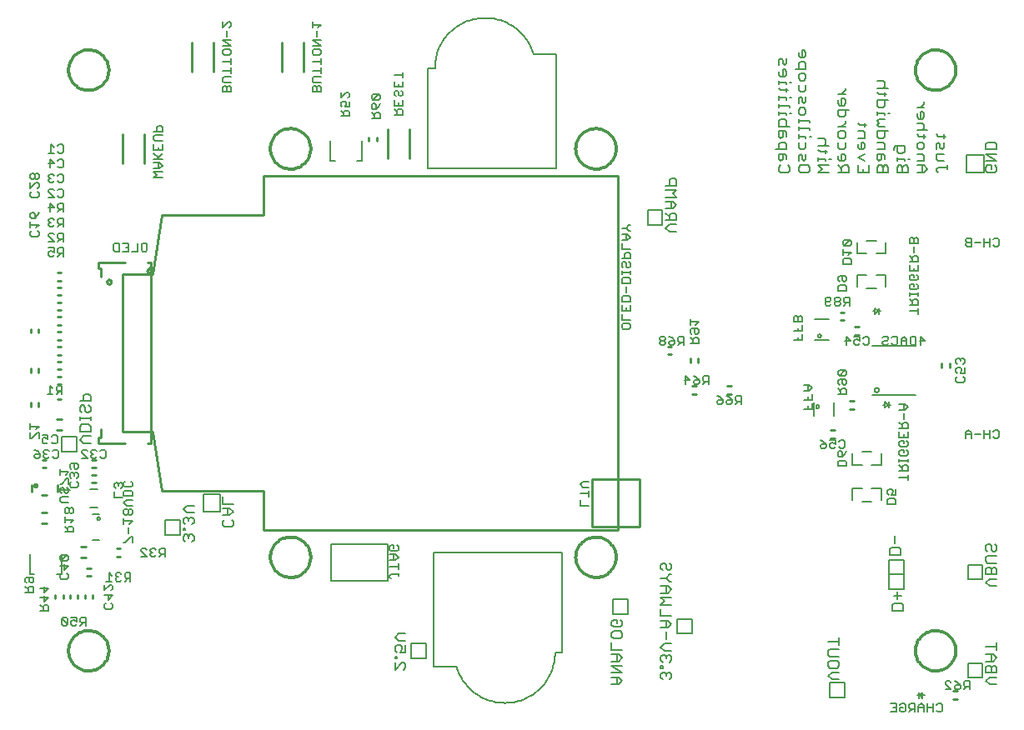
<source format=gbo>
G75*
G70*
%OFA0B0*%
%FSLAX24Y24*%
%IPPOS*%
%LPD*%
%AMOC8*
5,1,8,0,0,1.08239X$1,22.5*
%
%ADD10C,0.0070*%
%ADD11C,0.0050*%
%ADD12C,0.0060*%
%ADD13C,0.0080*%
%ADD14C,0.0100*%
%ADD15C,0.0148*%
D10*
X007392Y009339D02*
X007464Y009267D01*
X007392Y009339D02*
X007392Y009482D01*
X007464Y009554D01*
X007536Y009554D01*
X007608Y009482D01*
X007608Y009410D01*
X007608Y009482D02*
X007679Y009554D01*
X007751Y009554D01*
X007823Y009482D01*
X007823Y009339D01*
X007751Y009267D01*
X007464Y009727D02*
X007464Y009799D01*
X007392Y009799D01*
X007392Y009727D01*
X007464Y009727D01*
X007464Y009957D02*
X007392Y010029D01*
X007392Y010172D01*
X007464Y010244D01*
X007536Y010244D01*
X007608Y010172D01*
X007608Y010101D01*
X007608Y010172D02*
X007679Y010244D01*
X007751Y010244D01*
X007823Y010172D01*
X007823Y010029D01*
X007751Y009957D01*
X007823Y010418D02*
X007536Y010418D01*
X007392Y010561D01*
X007536Y010705D01*
X007823Y010705D01*
X008967Y010778D02*
X008967Y011065D01*
X008967Y010778D02*
X009398Y010778D01*
X009254Y010605D02*
X009398Y010461D01*
X009254Y010318D01*
X008967Y010318D01*
X009039Y010144D02*
X008967Y010073D01*
X008967Y009929D01*
X009039Y009857D01*
X009326Y009857D01*
X009398Y009929D01*
X009398Y010073D01*
X009326Y010144D01*
X009182Y010318D02*
X009182Y010605D01*
X009254Y010605D02*
X008967Y010605D01*
X003689Y013204D02*
X003402Y013204D01*
X003259Y013347D01*
X003402Y013491D01*
X003689Y013491D01*
X003689Y013664D02*
X003259Y013664D01*
X003259Y013879D01*
X003330Y013951D01*
X003617Y013951D01*
X003689Y013879D01*
X003689Y013664D01*
X003689Y014125D02*
X003689Y014268D01*
X003689Y014196D02*
X003259Y014196D01*
X003259Y014125D02*
X003259Y014268D01*
X003330Y014431D02*
X003259Y014503D01*
X003259Y014647D01*
X003330Y014718D01*
X003402Y014718D01*
X003474Y014647D01*
X003474Y014503D01*
X003546Y014431D01*
X003617Y014431D01*
X003689Y014503D01*
X003689Y014647D01*
X003617Y014718D01*
X003689Y014892D02*
X003259Y014892D01*
X003402Y014892D02*
X003402Y015107D01*
X003474Y015179D01*
X003617Y015179D01*
X003689Y015107D01*
X003689Y014892D01*
X015857Y005443D02*
X016000Y005586D01*
X016287Y005586D01*
X016287Y005300D02*
X016000Y005300D01*
X015857Y005443D01*
X015929Y005126D02*
X015857Y005054D01*
X015857Y004911D01*
X015929Y004839D01*
X016072Y004839D02*
X016144Y004983D01*
X016144Y005054D01*
X016072Y005126D01*
X015929Y005126D01*
X016072Y004839D02*
X016287Y004839D01*
X016287Y005126D01*
X015929Y004681D02*
X015857Y004681D01*
X015857Y004609D01*
X015929Y004609D01*
X015929Y004681D01*
X015857Y004436D02*
X015857Y004149D01*
X016144Y004436D01*
X016216Y004436D01*
X016287Y004364D01*
X016287Y004220D01*
X016216Y004149D01*
X024518Y004019D02*
X024949Y004019D01*
X024518Y004305D01*
X024949Y004305D01*
X024805Y004479D02*
X024949Y004622D01*
X024805Y004766D01*
X024518Y004766D01*
X024518Y004939D02*
X024518Y005226D01*
X024590Y005400D02*
X024518Y005471D01*
X024518Y005615D01*
X024590Y005686D01*
X024877Y005686D01*
X024949Y005615D01*
X024949Y005471D01*
X024877Y005400D01*
X024590Y005400D01*
X024590Y005860D02*
X024518Y005932D01*
X024518Y006075D01*
X024590Y006147D01*
X024734Y006147D01*
X024734Y006003D01*
X024877Y005860D02*
X024590Y005860D01*
X024877Y005860D02*
X024949Y005932D01*
X024949Y006075D01*
X024877Y006147D01*
X024949Y004939D02*
X024518Y004939D01*
X024734Y004766D02*
X024734Y004479D01*
X024805Y004479D02*
X024518Y004479D01*
X024518Y003845D02*
X024805Y003845D01*
X024949Y003702D01*
X024805Y003558D01*
X024518Y003558D01*
X024734Y003558D02*
X024734Y003845D01*
X026487Y003827D02*
X026559Y003755D01*
X026487Y003827D02*
X026487Y003970D01*
X026559Y004042D01*
X026630Y004042D01*
X026702Y003970D01*
X026702Y003898D01*
X026702Y003970D02*
X026774Y004042D01*
X026846Y004042D01*
X026917Y003970D01*
X026917Y003827D01*
X026846Y003755D01*
X026559Y004215D02*
X026559Y004287D01*
X026487Y004287D01*
X026487Y004215D01*
X026559Y004215D01*
X026559Y004446D02*
X026487Y004517D01*
X026487Y004661D01*
X026559Y004732D01*
X026630Y004732D01*
X026702Y004661D01*
X026702Y004589D01*
X026702Y004661D02*
X026774Y004732D01*
X026846Y004732D01*
X026917Y004661D01*
X026917Y004517D01*
X026846Y004446D01*
X026917Y004906D02*
X026630Y004906D01*
X026487Y005049D01*
X026630Y005193D01*
X026917Y005193D01*
X026702Y005366D02*
X026702Y005653D01*
X026702Y005827D02*
X026702Y006113D01*
X026774Y006113D02*
X026487Y006113D01*
X026487Y006287D02*
X026487Y006574D01*
X026487Y006747D02*
X026630Y006891D01*
X026487Y007034D01*
X026917Y007034D01*
X026774Y007208D02*
X026917Y007351D01*
X026774Y007495D01*
X026487Y007495D01*
X026702Y007495D02*
X026702Y007208D01*
X026774Y007208D02*
X026487Y007208D01*
X026487Y006747D02*
X026917Y006747D01*
X026917Y006287D02*
X026487Y006287D01*
X026774Y006113D02*
X026917Y005970D01*
X026774Y005827D01*
X026487Y005827D01*
X026846Y007668D02*
X026702Y007811D01*
X026487Y007811D01*
X026702Y007811D02*
X026846Y007955D01*
X026917Y007955D01*
X026846Y008128D02*
X026774Y008128D01*
X026702Y008200D01*
X026702Y008344D01*
X026630Y008415D01*
X026559Y008415D01*
X026487Y008344D01*
X026487Y008200D01*
X026559Y008128D01*
X026846Y008128D02*
X026917Y008200D01*
X026917Y008344D01*
X026846Y008415D01*
X026846Y007668D02*
X026917Y007668D01*
X033180Y005279D02*
X033610Y005279D01*
X033610Y005136D02*
X033610Y005423D01*
X033610Y004963D02*
X033252Y004963D01*
X033180Y004891D01*
X033180Y004747D01*
X033252Y004676D01*
X033610Y004676D01*
X033539Y004502D02*
X033610Y004431D01*
X033610Y004287D01*
X033539Y004215D01*
X033252Y004215D01*
X033180Y004287D01*
X033180Y004431D01*
X033252Y004502D01*
X033539Y004502D01*
X033610Y004042D02*
X033323Y004042D01*
X033180Y003898D01*
X033323Y003755D01*
X033610Y003755D01*
X035739Y006511D02*
X035739Y006726D01*
X035811Y006798D01*
X036098Y006798D01*
X036169Y006726D01*
X036169Y006511D01*
X035739Y006511D01*
X035954Y006971D02*
X035954Y007258D01*
X036098Y007115D02*
X035811Y007115D01*
X035633Y008740D02*
X035633Y008955D01*
X035704Y009027D01*
X035991Y009027D01*
X036063Y008955D01*
X036063Y008740D01*
X035633Y008740D01*
X035848Y009200D02*
X035848Y009487D01*
X039479Y009091D02*
X039479Y008948D01*
X039551Y008876D01*
X039694Y008948D02*
X039694Y009091D01*
X039623Y009163D01*
X039551Y009163D01*
X039479Y009091D01*
X039694Y008948D02*
X039766Y008876D01*
X039838Y008876D01*
X039909Y008948D01*
X039909Y009091D01*
X039838Y009163D01*
X039909Y008703D02*
X039551Y008703D01*
X039479Y008631D01*
X039479Y008488D01*
X039551Y008416D01*
X039909Y008416D01*
X039838Y008242D02*
X039766Y008242D01*
X039694Y008171D01*
X039694Y007956D01*
X039623Y007782D02*
X039909Y007782D01*
X039909Y007956D02*
X039479Y007956D01*
X039479Y008171D01*
X039551Y008242D01*
X039623Y008242D01*
X039694Y008171D01*
X039838Y008242D02*
X039909Y008171D01*
X039909Y007956D01*
X039623Y007782D02*
X039479Y007639D01*
X039623Y007495D01*
X039909Y007495D01*
X039909Y005226D02*
X039909Y004939D01*
X039909Y005083D02*
X039479Y005083D01*
X039479Y004766D02*
X039766Y004766D01*
X039909Y004622D01*
X039766Y004479D01*
X039479Y004479D01*
X039551Y004305D02*
X039479Y004234D01*
X039479Y004019D01*
X039909Y004019D01*
X039909Y004234D01*
X039838Y004305D01*
X039766Y004305D01*
X039694Y004234D01*
X039694Y004019D01*
X039623Y003845D02*
X039909Y003845D01*
X039623Y003845D02*
X039479Y003702D01*
X039623Y003558D01*
X039909Y003558D01*
X039694Y004234D02*
X039623Y004305D01*
X039551Y004305D01*
X039694Y004479D02*
X039694Y004766D01*
X027114Y021668D02*
X026827Y021668D01*
X026684Y021812D01*
X026827Y021955D01*
X027114Y021955D01*
X027114Y022129D02*
X026684Y022129D01*
X026827Y022129D02*
X026827Y022344D01*
X026899Y022416D01*
X027042Y022416D01*
X027114Y022344D01*
X027114Y022129D01*
X026827Y022272D02*
X026684Y022416D01*
X026684Y022589D02*
X026971Y022589D01*
X027114Y022733D01*
X026971Y022876D01*
X026684Y022876D01*
X026684Y023049D02*
X027114Y023049D01*
X026971Y023193D01*
X027114Y023336D01*
X026684Y023336D01*
X026684Y023510D02*
X027114Y023510D01*
X027114Y023725D01*
X027042Y023797D01*
X026899Y023797D01*
X026827Y023725D01*
X026827Y023510D01*
X026899Y022876D02*
X026899Y022589D01*
X031211Y024102D02*
X031211Y024246D01*
X031283Y024317D01*
X031283Y024491D02*
X031355Y024563D01*
X031355Y024778D01*
X031427Y024778D02*
X031211Y024778D01*
X031211Y024563D01*
X031283Y024491D01*
X031498Y024563D02*
X031498Y024706D01*
X031427Y024778D01*
X031498Y024951D02*
X031498Y025166D01*
X031427Y025238D01*
X031283Y025238D01*
X031211Y025166D01*
X031211Y024951D01*
X031068Y024951D02*
X031498Y024951D01*
X031999Y025023D02*
X031999Y025238D01*
X031999Y025412D02*
X031999Y025555D01*
X031999Y025483D02*
X032286Y025483D01*
X032286Y025412D01*
X032429Y025483D02*
X032501Y025483D01*
X032429Y025719D02*
X032429Y025790D01*
X031999Y025790D01*
X031999Y025719D02*
X031999Y025862D01*
X031999Y026025D02*
X031999Y026169D01*
X031999Y026097D02*
X032429Y026097D01*
X032429Y026025D01*
X032214Y026332D02*
X032070Y026332D01*
X031999Y026404D01*
X031999Y026547D01*
X032070Y026619D01*
X032214Y026619D01*
X032286Y026547D01*
X032286Y026404D01*
X032214Y026332D01*
X031713Y026404D02*
X031642Y026404D01*
X031498Y026404D02*
X031211Y026404D01*
X031211Y026332D02*
X031211Y026476D01*
X031211Y026639D02*
X031211Y026783D01*
X031211Y026711D02*
X031642Y026711D01*
X031642Y026639D01*
X031498Y026404D02*
X031498Y026332D01*
X031427Y026159D02*
X031498Y026087D01*
X031498Y025872D01*
X031642Y025872D02*
X031211Y025872D01*
X031211Y026087D01*
X031283Y026159D01*
X031427Y026159D01*
X031427Y025699D02*
X031211Y025699D01*
X031211Y025483D01*
X031283Y025412D01*
X031355Y025483D01*
X031355Y025699D01*
X031427Y025699D02*
X031498Y025627D01*
X031498Y025483D01*
X031999Y025023D02*
X032070Y024951D01*
X032214Y024951D01*
X032286Y025023D01*
X032286Y025238D01*
X032286Y024778D02*
X032286Y024563D01*
X032214Y024491D01*
X032142Y024563D01*
X032142Y024706D01*
X032070Y024778D01*
X031999Y024706D01*
X031999Y024491D01*
X032070Y024317D02*
X032357Y024317D01*
X032429Y024246D01*
X032429Y024102D01*
X032357Y024031D01*
X032070Y024031D01*
X031999Y024102D01*
X031999Y024246D01*
X032070Y024317D01*
X031642Y024246D02*
X031642Y024102D01*
X031570Y024031D01*
X031283Y024031D01*
X031211Y024102D01*
X031570Y024317D02*
X031642Y024246D01*
X032786Y024317D02*
X033217Y024317D01*
X033073Y024491D02*
X033073Y024563D01*
X032786Y024563D01*
X032786Y024634D02*
X032786Y024491D01*
X032786Y024317D02*
X032930Y024174D01*
X032786Y024031D01*
X033217Y024031D01*
X033574Y024031D02*
X034004Y024031D01*
X034004Y024246D01*
X033932Y024317D01*
X033789Y024317D01*
X033717Y024246D01*
X033717Y024031D01*
X033717Y024174D02*
X033574Y024317D01*
X033645Y024491D02*
X033789Y024491D01*
X033860Y024563D01*
X033860Y024706D01*
X033789Y024778D01*
X033717Y024778D01*
X033717Y024491D01*
X033645Y024491D02*
X033574Y024563D01*
X033574Y024706D01*
X033645Y024951D02*
X033574Y025023D01*
X033574Y025238D01*
X033645Y025412D02*
X033574Y025483D01*
X033574Y025627D01*
X033645Y025699D01*
X033789Y025699D01*
X033860Y025627D01*
X033860Y025483D01*
X033789Y025412D01*
X033645Y025412D01*
X033860Y025238D02*
X033860Y025023D01*
X033789Y024951D01*
X033645Y024951D01*
X033217Y025105D02*
X032786Y025105D01*
X032786Y024941D02*
X032858Y024870D01*
X033145Y024870D01*
X033073Y024798D02*
X033073Y024941D01*
X033001Y025105D02*
X033073Y025176D01*
X033073Y025320D01*
X033001Y025392D01*
X032786Y025392D01*
X033574Y025872D02*
X033860Y025872D01*
X033717Y025872D02*
X033860Y026015D01*
X033860Y026087D01*
X033789Y026256D02*
X033860Y026327D01*
X033860Y026543D01*
X034004Y026543D02*
X033574Y026543D01*
X033574Y026327D01*
X033645Y026256D01*
X033789Y026256D01*
X033789Y026716D02*
X033860Y026788D01*
X033860Y026931D01*
X033789Y027003D01*
X033717Y027003D01*
X033717Y026716D01*
X033645Y026716D02*
X033789Y026716D01*
X033645Y026716D02*
X033574Y026788D01*
X033574Y026931D01*
X033574Y027176D02*
X033860Y027176D01*
X033717Y027176D02*
X033860Y027320D01*
X033860Y027391D01*
X035148Y027406D02*
X035579Y027406D01*
X035435Y027478D02*
X035364Y027406D01*
X035435Y027478D02*
X035435Y027622D01*
X035364Y027693D01*
X035148Y027693D01*
X035148Y027243D02*
X035220Y027171D01*
X035507Y027171D01*
X035435Y027100D02*
X035435Y027243D01*
X035435Y026926D02*
X035435Y026711D01*
X035364Y026639D01*
X035220Y026639D01*
X035148Y026711D01*
X035148Y026926D01*
X035579Y026926D01*
X035148Y026476D02*
X035148Y026332D01*
X035148Y026404D02*
X035435Y026404D01*
X035435Y026332D01*
X035579Y026404D02*
X035650Y026404D01*
X035435Y026159D02*
X035220Y026159D01*
X035148Y026087D01*
X035220Y026015D01*
X035148Y025944D01*
X035220Y025872D01*
X035435Y025872D01*
X035435Y025699D02*
X035435Y025483D01*
X035364Y025412D01*
X035220Y025412D01*
X035148Y025483D01*
X035148Y025699D01*
X035579Y025699D01*
X035364Y025238D02*
X035148Y025238D01*
X035364Y025238D02*
X035435Y025166D01*
X035435Y024951D01*
X035148Y024951D01*
X035148Y024778D02*
X035148Y024563D01*
X035220Y024491D01*
X035292Y024563D01*
X035292Y024778D01*
X035364Y024778D02*
X035148Y024778D01*
X035364Y024778D02*
X035435Y024706D01*
X035435Y024563D01*
X035435Y024317D02*
X035364Y024246D01*
X035364Y024031D01*
X035579Y024031D02*
X035579Y024246D01*
X035507Y024317D01*
X035435Y024317D01*
X035364Y024246D02*
X035292Y024317D01*
X035220Y024317D01*
X035148Y024246D01*
X035148Y024031D01*
X035579Y024031D01*
X035936Y024031D02*
X035936Y024246D01*
X036007Y024317D01*
X036079Y024317D01*
X036151Y024246D01*
X036151Y024031D01*
X036151Y024246D02*
X036223Y024317D01*
X036294Y024317D01*
X036366Y024246D01*
X036366Y024031D01*
X035936Y024031D01*
X035936Y024491D02*
X035936Y024634D01*
X035936Y024563D02*
X036223Y024563D01*
X036223Y024491D01*
X036366Y024563D02*
X036438Y024563D01*
X036723Y024491D02*
X037010Y024491D01*
X037010Y024706D01*
X036938Y024778D01*
X036723Y024778D01*
X036795Y024951D02*
X036723Y025023D01*
X036723Y025166D01*
X036795Y025238D01*
X036938Y025238D01*
X037010Y025166D01*
X037010Y025023D01*
X036938Y024951D01*
X036795Y024951D01*
X037010Y025412D02*
X037010Y025555D01*
X037082Y025483D02*
X036795Y025483D01*
X036723Y025555D01*
X036723Y025719D02*
X037154Y025719D01*
X037010Y025790D02*
X037010Y025934D01*
X036938Y026005D01*
X036723Y026005D01*
X036795Y026179D02*
X036938Y026179D01*
X037010Y026251D01*
X037010Y026394D01*
X036938Y026466D01*
X036867Y026466D01*
X036867Y026179D01*
X036795Y026179D02*
X036723Y026251D01*
X036723Y026394D01*
X036723Y026639D02*
X037010Y026639D01*
X036867Y026639D02*
X037010Y026783D01*
X037010Y026854D01*
X037010Y025790D02*
X036938Y025719D01*
X037511Y025555D02*
X037582Y025483D01*
X037869Y025483D01*
X037797Y025412D02*
X037797Y025555D01*
X037797Y025238D02*
X037797Y025023D01*
X037726Y024951D01*
X037654Y025023D01*
X037654Y025166D01*
X037582Y025238D01*
X037511Y025166D01*
X037511Y024951D01*
X037511Y024778D02*
X037797Y024778D01*
X037511Y024778D02*
X037511Y024563D01*
X037582Y024491D01*
X037797Y024491D01*
X037941Y024317D02*
X037941Y024174D01*
X037941Y024246D02*
X037582Y024246D01*
X037511Y024174D01*
X037511Y024102D01*
X037582Y024031D01*
X037154Y024174D02*
X037010Y024317D01*
X036723Y024317D01*
X036938Y024317D02*
X036938Y024031D01*
X037010Y024031D02*
X037154Y024174D01*
X037010Y024031D02*
X036723Y024031D01*
X036151Y024798D02*
X036007Y024798D01*
X035936Y024870D01*
X035936Y025085D01*
X035864Y025085D02*
X036223Y025085D01*
X036223Y024870D01*
X036151Y024798D01*
X035792Y024941D02*
X035792Y025013D01*
X035864Y025085D01*
X034648Y025023D02*
X034648Y025166D01*
X034576Y025238D01*
X034504Y025238D01*
X034504Y024951D01*
X034433Y024951D02*
X034576Y024951D01*
X034648Y025023D01*
X034433Y024951D02*
X034361Y025023D01*
X034361Y025166D01*
X034361Y025412D02*
X034648Y025412D01*
X034648Y025627D01*
X034576Y025699D01*
X034361Y025699D01*
X034433Y025944D02*
X034361Y026015D01*
X034433Y025944D02*
X034720Y025944D01*
X034648Y025872D02*
X034648Y026015D01*
X034648Y024778D02*
X034361Y024634D01*
X034648Y024491D01*
X034791Y024317D02*
X034791Y024031D01*
X034361Y024031D01*
X034361Y024317D01*
X034576Y024174D02*
X034576Y024031D01*
X033288Y024563D02*
X033217Y024563D01*
X032214Y026793D02*
X032286Y026864D01*
X032286Y027080D01*
X032142Y027008D02*
X032142Y026864D01*
X032214Y026793D01*
X031999Y026793D02*
X031999Y027008D01*
X032070Y027080D01*
X032142Y027008D01*
X032070Y027253D02*
X031999Y027325D01*
X031999Y027540D01*
X032070Y027713D02*
X031999Y027785D01*
X031999Y027929D01*
X032070Y028000D01*
X032214Y028000D01*
X032286Y027929D01*
X032286Y027785D01*
X032214Y027713D01*
X032070Y027713D01*
X032286Y027540D02*
X032286Y027325D01*
X032214Y027253D01*
X032070Y027253D01*
X031713Y027018D02*
X031642Y027018D01*
X031498Y027018D02*
X031211Y027018D01*
X031211Y026946D02*
X031211Y027090D01*
X031283Y027325D02*
X031211Y027396D01*
X031283Y027325D02*
X031570Y027325D01*
X031498Y027253D02*
X031498Y027396D01*
X031498Y027560D02*
X031498Y027632D01*
X031211Y027632D01*
X031211Y027703D02*
X031211Y027560D01*
X031283Y027867D02*
X031427Y027867D01*
X031498Y027939D01*
X031498Y028082D01*
X031427Y028154D01*
X031355Y028154D01*
X031355Y027867D01*
X031283Y027867D02*
X031211Y027939D01*
X031211Y028082D01*
X031211Y028327D02*
X031211Y028542D01*
X031283Y028614D01*
X031355Y028542D01*
X031355Y028399D01*
X031427Y028327D01*
X031498Y028399D01*
X031498Y028614D01*
X031999Y028706D02*
X031999Y028849D01*
X031999Y028706D02*
X032070Y028634D01*
X032214Y028634D01*
X032286Y028706D01*
X032286Y028849D01*
X032214Y028921D01*
X032142Y028921D01*
X032142Y028634D01*
X032070Y028461D02*
X031999Y028389D01*
X031999Y028174D01*
X031855Y028174D02*
X032286Y028174D01*
X032286Y028389D01*
X032214Y028461D01*
X032070Y028461D01*
X031713Y027632D02*
X031642Y027632D01*
X031498Y027018D02*
X031498Y026946D01*
X039479Y025166D02*
X039479Y024951D01*
X039909Y024951D01*
X039909Y025166D01*
X039838Y025238D01*
X039551Y025238D01*
X039479Y025166D01*
X039479Y024778D02*
X039909Y024778D01*
X039909Y024491D02*
X039479Y024491D01*
X039551Y024317D02*
X039694Y024317D01*
X039694Y024174D01*
X039551Y024031D02*
X039479Y024102D01*
X039479Y024246D01*
X039551Y024317D01*
X039551Y024031D02*
X039838Y024031D01*
X039909Y024102D01*
X039909Y024246D01*
X039838Y024317D01*
X039909Y024491D02*
X039479Y024778D01*
D11*
X039395Y024734D02*
X038706Y024734D01*
X038706Y024045D01*
X039395Y024045D01*
X039395Y024734D01*
X035487Y021240D02*
X035487Y020787D01*
X035113Y020787D01*
X034720Y020787D02*
X034346Y020787D01*
X034346Y021240D01*
X034720Y021299D02*
X035113Y021299D01*
X035113Y019921D02*
X035487Y019921D01*
X035487Y019468D01*
X035113Y019409D02*
X034720Y019409D01*
X034346Y019468D02*
X034346Y019921D01*
X034720Y019921D01*
X035044Y018602D02*
X035044Y018484D01*
X034966Y018484D01*
X035044Y018484D02*
X035044Y018366D01*
X035163Y018484D01*
X035261Y018484D01*
X035163Y018484D02*
X035044Y018602D01*
X035202Y018602D02*
X035202Y018366D01*
X034936Y017086D02*
X036669Y017086D01*
X035025Y015334D02*
X035027Y015353D01*
X035033Y015371D01*
X035043Y015387D01*
X035056Y015401D01*
X035072Y015412D01*
X035089Y015419D01*
X035108Y015422D01*
X035127Y015421D01*
X035146Y015416D01*
X035162Y015407D01*
X035177Y015395D01*
X035188Y015379D01*
X035196Y015362D01*
X035200Y015344D01*
X035200Y015324D01*
X035196Y015306D01*
X035188Y015289D01*
X035177Y015273D01*
X035162Y015261D01*
X035146Y015252D01*
X035127Y015247D01*
X035108Y015246D01*
X035089Y015249D01*
X035072Y015256D01*
X035056Y015267D01*
X035043Y015281D01*
X035033Y015297D01*
X035027Y015315D01*
X035025Y015334D01*
X034936Y015118D02*
X036669Y015118D01*
X035655Y014744D02*
X035556Y014744D01*
X035438Y014626D01*
X035438Y014744D01*
X035359Y014744D01*
X035438Y014744D02*
X035438Y014862D01*
X035556Y014744D01*
X035596Y014862D02*
X035596Y014626D01*
X033420Y014842D02*
X033420Y014291D01*
X032689Y014665D02*
X032691Y014681D01*
X032697Y014696D01*
X032707Y014709D01*
X032720Y014719D01*
X032735Y014725D01*
X032751Y014727D01*
X032767Y014725D01*
X032782Y014719D01*
X032795Y014709D01*
X032805Y014696D01*
X032811Y014681D01*
X032813Y014665D01*
X032811Y014649D01*
X032805Y014634D01*
X032795Y014621D01*
X032782Y014611D01*
X032767Y014605D01*
X032751Y014603D01*
X032735Y014605D01*
X032720Y014611D01*
X032707Y014621D01*
X032697Y014634D01*
X032691Y014649D01*
X032689Y014665D01*
X032594Y014842D02*
X032594Y014291D01*
X034149Y012799D02*
X034149Y012346D01*
X034523Y012346D01*
X034917Y012346D02*
X035291Y012346D01*
X035291Y012799D01*
X034917Y012858D02*
X034523Y012858D01*
X034523Y011389D02*
X034149Y011389D01*
X034149Y010937D01*
X034523Y010877D02*
X034917Y010877D01*
X035291Y010937D02*
X035291Y011389D01*
X034917Y011389D01*
X035606Y008543D02*
X036196Y008543D01*
X036196Y007952D01*
X035606Y007952D01*
X035606Y008543D01*
X035606Y007952D02*
X036196Y007952D01*
X036196Y007362D01*
X035606Y007362D01*
X035606Y007952D01*
X038755Y007755D02*
X039346Y007755D01*
X039346Y008346D01*
X038755Y008346D01*
X038755Y007755D01*
X038755Y004409D02*
X038755Y003818D01*
X039346Y003818D01*
X039346Y004409D01*
X038755Y004409D01*
X036954Y003248D02*
X036954Y003129D01*
X037033Y003129D01*
X036954Y003129D02*
X036954Y003011D01*
X036836Y003129D01*
X036737Y003129D01*
X036836Y003129D02*
X036954Y003248D01*
X036796Y003248D02*
X036796Y003011D01*
X033834Y003031D02*
X033243Y003031D01*
X033243Y003622D01*
X033834Y003622D01*
X033834Y003031D01*
X027731Y005590D02*
X027141Y005590D01*
X027141Y006181D01*
X027731Y006181D01*
X027731Y005590D01*
X025172Y006377D02*
X025172Y006968D01*
X024582Y006968D01*
X024582Y006377D01*
X025172Y006377D01*
X022535Y004822D02*
X022535Y008838D01*
X017417Y008838D01*
X017417Y004271D01*
X018322Y004271D01*
X017102Y004606D02*
X017102Y005196D01*
X016511Y005196D01*
X016511Y004606D01*
X017102Y004606D01*
X018322Y004271D02*
X018349Y004185D01*
X018379Y004101D01*
X018413Y004018D01*
X018451Y003936D01*
X018493Y003856D01*
X018537Y003779D01*
X018586Y003703D01*
X018638Y003630D01*
X018692Y003559D01*
X018751Y003490D01*
X018812Y003424D01*
X018876Y003361D01*
X018942Y003301D01*
X019012Y003244D01*
X019083Y003190D01*
X019158Y003140D01*
X019234Y003092D01*
X019312Y003049D01*
X019393Y003008D01*
X019475Y002972D01*
X019558Y002939D01*
X019643Y002910D01*
X019729Y002884D01*
X019816Y002863D01*
X019904Y002845D01*
X019993Y002832D01*
X020082Y002822D01*
X020172Y002817D01*
X020262Y002815D01*
X020352Y002817D01*
X020441Y002824D01*
X020530Y002834D01*
X020619Y002849D01*
X020707Y002867D01*
X020794Y002889D01*
X020880Y002916D01*
X020964Y002946D01*
X021047Y002979D01*
X021129Y003017D01*
X021209Y003058D01*
X021287Y003102D01*
X021363Y003150D01*
X021436Y003202D01*
X021508Y003256D01*
X021576Y003314D01*
X021643Y003375D01*
X021706Y003438D01*
X021766Y003505D01*
X021824Y003574D01*
X021878Y003645D01*
X021929Y003719D01*
X021977Y003795D01*
X022021Y003874D01*
X022061Y003954D01*
X022098Y004036D01*
X022132Y004119D01*
X022161Y004204D01*
X022187Y004290D01*
X022209Y004377D01*
X022227Y004465D01*
X022241Y004553D01*
X022251Y004643D01*
X022257Y004732D01*
X022259Y004822D01*
X022535Y004822D01*
X015576Y007706D02*
X015576Y009183D01*
X013312Y009183D01*
X013312Y007706D01*
X015576Y007706D01*
X008883Y010462D02*
X008194Y010462D01*
X008194Y011151D01*
X008883Y011151D01*
X008883Y010462D01*
X007259Y010118D02*
X007259Y009527D01*
X006669Y009527D01*
X006669Y010118D01*
X007259Y010118D01*
X003972Y010649D02*
X003657Y010649D01*
X003657Y011358D02*
X003972Y011358D01*
X003125Y012874D02*
X002535Y012874D01*
X002535Y013464D01*
X003125Y013464D01*
X003125Y012874D01*
X002535Y008759D02*
X002535Y007972D01*
X002338Y007972D01*
X001452Y007972D02*
X001275Y007972D01*
X001275Y008779D01*
X017180Y024192D02*
X022298Y024192D01*
X022298Y028759D01*
X021393Y028759D01*
X021366Y028845D01*
X021336Y028929D01*
X021302Y029012D01*
X021264Y029094D01*
X021222Y029174D01*
X021178Y029251D01*
X021129Y029327D01*
X021077Y029400D01*
X021023Y029471D01*
X020964Y029540D01*
X020903Y029606D01*
X020839Y029669D01*
X020773Y029729D01*
X020703Y029786D01*
X020632Y029840D01*
X020557Y029890D01*
X020481Y029938D01*
X020403Y029981D01*
X020322Y030022D01*
X020240Y030058D01*
X020157Y030091D01*
X020072Y030120D01*
X019986Y030146D01*
X019899Y030167D01*
X019811Y030185D01*
X019722Y030198D01*
X019633Y030208D01*
X019543Y030213D01*
X019453Y030215D01*
X019363Y030213D01*
X019274Y030206D01*
X019185Y030196D01*
X019096Y030181D01*
X019008Y030163D01*
X018921Y030141D01*
X018835Y030114D01*
X018751Y030084D01*
X018668Y030051D01*
X018586Y030013D01*
X018506Y029972D01*
X018428Y029928D01*
X018352Y029880D01*
X018279Y029828D01*
X018207Y029774D01*
X018139Y029716D01*
X018072Y029655D01*
X018009Y029592D01*
X017949Y029525D01*
X017891Y029456D01*
X017837Y029385D01*
X017786Y029311D01*
X017738Y029235D01*
X017694Y029156D01*
X017654Y029076D01*
X017617Y028994D01*
X017583Y028911D01*
X017554Y028826D01*
X017528Y028740D01*
X017506Y028653D01*
X017488Y028565D01*
X017474Y028477D01*
X017464Y028387D01*
X017458Y028298D01*
X017456Y028208D01*
X017180Y028208D01*
X017180Y024192D01*
X014543Y024507D02*
X014346Y024507D01*
X014543Y024507D02*
X014543Y025295D01*
X013283Y025314D02*
X013283Y024507D01*
X013460Y024507D01*
X025960Y022519D02*
X025960Y021929D01*
X026550Y021929D01*
X026550Y022519D01*
X025960Y022519D01*
X032653Y018169D02*
X033204Y018169D01*
X032768Y017500D02*
X032770Y017516D01*
X032776Y017531D01*
X032786Y017544D01*
X032799Y017554D01*
X032814Y017560D01*
X032830Y017562D01*
X032846Y017560D01*
X032861Y017554D01*
X032874Y017544D01*
X032884Y017531D01*
X032890Y017516D01*
X032892Y017500D01*
X032890Y017484D01*
X032884Y017469D01*
X032874Y017456D01*
X032861Y017446D01*
X032846Y017440D01*
X032830Y017438D01*
X032814Y017440D01*
X032799Y017446D01*
X032786Y017456D01*
X032776Y017469D01*
X032770Y017484D01*
X032768Y017500D01*
X032653Y017342D02*
X033204Y017342D01*
D12*
X033847Y017300D02*
X034074Y017300D01*
X033904Y017470D01*
X033904Y017130D01*
X034215Y017186D02*
X034272Y017130D01*
X034385Y017130D01*
X034442Y017186D01*
X034442Y017300D02*
X034329Y017356D01*
X034272Y017356D01*
X034215Y017300D01*
X034215Y017186D01*
X034442Y017300D02*
X034442Y017470D01*
X034215Y017470D01*
X034584Y017413D02*
X034640Y017470D01*
X034754Y017470D01*
X034810Y017413D01*
X034810Y017186D01*
X034754Y017130D01*
X034640Y017130D01*
X034584Y017186D01*
X035352Y017193D02*
X035409Y017136D01*
X035522Y017136D01*
X035579Y017193D01*
X035522Y017306D02*
X035409Y017306D01*
X035352Y017249D01*
X035352Y017193D01*
X035522Y017306D02*
X035579Y017363D01*
X035579Y017419D01*
X035522Y017476D01*
X035409Y017476D01*
X035352Y017419D01*
X035720Y017419D02*
X035777Y017476D01*
X035890Y017476D01*
X035947Y017419D01*
X035947Y017193D01*
X035890Y017136D01*
X035777Y017136D01*
X035720Y017193D01*
X036088Y017136D02*
X036088Y017363D01*
X036202Y017476D01*
X036315Y017363D01*
X036315Y017136D01*
X036457Y017193D02*
X036513Y017136D01*
X036684Y017136D01*
X036684Y017476D01*
X036513Y017476D01*
X036457Y017419D01*
X036457Y017193D01*
X036315Y017306D02*
X036088Y017306D01*
X036825Y017306D02*
X037052Y017306D01*
X036882Y017476D01*
X036882Y017136D01*
X038287Y016544D02*
X038287Y016431D01*
X038343Y016374D01*
X038343Y016232D02*
X038287Y016176D01*
X038287Y016062D01*
X038343Y016006D01*
X038457Y016006D02*
X038514Y016119D01*
X038514Y016176D01*
X038457Y016232D01*
X038343Y016232D01*
X038457Y016006D02*
X038627Y016006D01*
X038627Y016232D01*
X038570Y016374D02*
X038627Y016431D01*
X038627Y016544D01*
X038570Y016601D01*
X038514Y016601D01*
X038457Y016544D01*
X038400Y016601D01*
X038343Y016601D01*
X038287Y016544D01*
X038457Y016544D02*
X038457Y016487D01*
X038570Y015864D02*
X038627Y015807D01*
X038627Y015694D01*
X038570Y015637D01*
X038343Y015637D01*
X038287Y015694D01*
X038287Y015807D01*
X038343Y015864D01*
X036358Y014660D02*
X036245Y014774D01*
X036018Y014774D01*
X036188Y014774D02*
X036188Y014547D01*
X036245Y014547D02*
X036018Y014547D01*
X036188Y014405D02*
X036188Y014179D01*
X036188Y014037D02*
X036131Y013980D01*
X036131Y013810D01*
X036018Y013810D02*
X036358Y013810D01*
X036358Y013980D01*
X036301Y014037D01*
X036188Y014037D01*
X036131Y013924D02*
X036018Y014037D01*
X036018Y013669D02*
X036018Y013442D01*
X036358Y013442D01*
X036358Y013669D01*
X036188Y013555D02*
X036188Y013442D01*
X036188Y013300D02*
X036188Y013187D01*
X036188Y013300D02*
X036074Y013300D01*
X036018Y013244D01*
X036018Y013130D01*
X036074Y013074D01*
X036301Y013074D01*
X036358Y013130D01*
X036358Y013244D01*
X036301Y013300D01*
X036301Y012932D02*
X036358Y012875D01*
X036358Y012762D01*
X036301Y012705D01*
X036074Y012705D01*
X036018Y012762D01*
X036018Y012875D01*
X036074Y012932D01*
X036188Y012932D01*
X036188Y012819D01*
X036358Y012573D02*
X036358Y012460D01*
X036358Y012516D02*
X036018Y012516D01*
X036018Y012460D02*
X036018Y012573D01*
X036018Y012318D02*
X036131Y012205D01*
X036131Y012262D02*
X036131Y012091D01*
X036018Y012091D02*
X036358Y012091D01*
X036358Y012262D01*
X036301Y012318D01*
X036188Y012318D01*
X036131Y012262D01*
X036358Y011950D02*
X036358Y011723D01*
X036358Y011837D02*
X036018Y011837D01*
X035877Y011365D02*
X035877Y011138D01*
X035707Y011138D01*
X035764Y011251D01*
X035764Y011308D01*
X035707Y011365D01*
X035594Y011365D01*
X035537Y011308D01*
X035537Y011195D01*
X035594Y011138D01*
X035594Y010997D02*
X035821Y010997D01*
X035877Y010940D01*
X035877Y010770D01*
X035537Y010770D01*
X035537Y010940D01*
X035594Y010997D01*
X033903Y012289D02*
X033903Y012459D01*
X033846Y012516D01*
X033619Y012516D01*
X033562Y012459D01*
X033562Y012289D01*
X033903Y012289D01*
X033732Y012657D02*
X033732Y012827D01*
X033676Y012884D01*
X033619Y012884D01*
X033562Y012827D01*
X033562Y012714D01*
X033619Y012657D01*
X033732Y012657D01*
X033846Y012771D01*
X033903Y012884D01*
X033769Y012996D02*
X033656Y012996D01*
X033599Y013052D01*
X033458Y013052D02*
X033401Y012996D01*
X033288Y012996D01*
X033231Y013052D01*
X033231Y013166D01*
X033288Y013223D01*
X033344Y013223D01*
X033458Y013166D01*
X033458Y013336D01*
X033231Y013336D01*
X033089Y013166D02*
X032919Y013166D01*
X032863Y013109D01*
X032863Y013052D01*
X032919Y012996D01*
X033033Y012996D01*
X033089Y013052D01*
X033089Y013166D01*
X032976Y013279D01*
X032863Y013336D01*
X033599Y013279D02*
X033656Y013336D01*
X033769Y013336D01*
X033826Y013279D01*
X033826Y013052D01*
X033769Y012996D01*
X032531Y014577D02*
X032191Y014577D01*
X032361Y014577D02*
X032361Y014690D01*
X032531Y014577D02*
X032531Y014804D01*
X032531Y014945D02*
X032191Y014945D01*
X032361Y014945D02*
X032361Y015059D01*
X032531Y014945D02*
X032531Y015172D01*
X032417Y015313D02*
X032191Y015313D01*
X032361Y015313D02*
X032361Y015540D01*
X032417Y015540D02*
X032191Y015540D01*
X032417Y015540D02*
X032531Y015427D01*
X032417Y015313D01*
X033569Y015394D02*
X033682Y015281D01*
X033682Y015337D02*
X033682Y015167D01*
X033569Y015167D02*
X033909Y015167D01*
X033909Y015337D01*
X033852Y015394D01*
X033739Y015394D01*
X033682Y015337D01*
X033625Y015536D02*
X033569Y015592D01*
X033569Y015706D01*
X033625Y015762D01*
X033852Y015762D01*
X033909Y015706D01*
X033909Y015592D01*
X033852Y015536D01*
X033795Y015536D01*
X033739Y015592D01*
X033739Y015762D01*
X033852Y015904D02*
X033909Y015961D01*
X033909Y016074D01*
X033852Y016131D01*
X033625Y015904D01*
X033569Y015961D01*
X033569Y016074D01*
X033625Y016131D01*
X033852Y016131D01*
X033852Y015904D02*
X033625Y015904D01*
X032137Y017333D02*
X032137Y017560D01*
X032137Y017701D02*
X032137Y017928D01*
X032137Y018069D02*
X032137Y018239D01*
X032080Y018296D01*
X032024Y018296D01*
X031967Y018239D01*
X031967Y018069D01*
X031797Y018069D02*
X031797Y018239D01*
X031854Y018296D01*
X031910Y018296D01*
X031967Y018239D01*
X031797Y018069D02*
X032137Y018069D01*
X031967Y017814D02*
X031967Y017701D01*
X031797Y017701D02*
X032137Y017701D01*
X031967Y017446D02*
X031967Y017333D01*
X031797Y017333D02*
X032137Y017333D01*
X033116Y018704D02*
X033059Y018761D01*
X033059Y018988D01*
X033116Y019045D01*
X033230Y019045D01*
X033286Y018988D01*
X033286Y018931D01*
X033230Y018874D01*
X033059Y018874D01*
X033116Y018704D02*
X033230Y018704D01*
X033286Y018761D01*
X033428Y018761D02*
X033485Y018704D01*
X033598Y018704D01*
X033655Y018761D01*
X033655Y018818D01*
X033598Y018874D01*
X033485Y018874D01*
X033428Y018818D01*
X033428Y018761D01*
X033485Y018874D02*
X033428Y018931D01*
X033428Y018988D01*
X033485Y019045D01*
X033598Y019045D01*
X033655Y018988D01*
X033655Y018931D01*
X033598Y018874D01*
X033796Y018874D02*
X033853Y018818D01*
X034023Y018818D01*
X033910Y018818D02*
X033796Y018704D01*
X033796Y018874D02*
X033796Y018988D01*
X033853Y019045D01*
X034023Y019045D01*
X034023Y018704D01*
X033909Y019301D02*
X033909Y019471D01*
X033852Y019528D01*
X033625Y019528D01*
X033569Y019471D01*
X033569Y019301D01*
X033909Y019301D01*
X033852Y019669D02*
X033795Y019669D01*
X033739Y019726D01*
X033739Y019896D01*
X033852Y019896D02*
X033909Y019840D01*
X033909Y019726D01*
X033852Y019669D01*
X033625Y019669D02*
X033569Y019726D01*
X033569Y019840D01*
X033625Y019896D01*
X033852Y019896D01*
X033759Y020362D02*
X033759Y020532D01*
X033816Y020588D01*
X034043Y020588D01*
X034099Y020532D01*
X034099Y020362D01*
X033759Y020362D01*
X033759Y020730D02*
X033759Y020957D01*
X033759Y020843D02*
X034099Y020843D01*
X033986Y020730D01*
X034043Y021098D02*
X033816Y021098D01*
X034043Y021325D01*
X033816Y021325D01*
X033759Y021268D01*
X033759Y021155D01*
X033816Y021098D01*
X034043Y021098D02*
X034099Y021155D01*
X034099Y021268D01*
X034043Y021325D01*
X036428Y021366D02*
X036428Y021196D01*
X036768Y021196D01*
X036768Y021366D01*
X036712Y021423D01*
X036655Y021423D01*
X036598Y021366D01*
X036598Y021196D01*
X036598Y021054D02*
X036598Y020828D01*
X036598Y020686D02*
X036541Y020629D01*
X036541Y020459D01*
X036428Y020459D02*
X036768Y020459D01*
X036768Y020629D01*
X036712Y020686D01*
X036598Y020686D01*
X036541Y020573D02*
X036428Y020686D01*
X036428Y020318D02*
X036428Y020091D01*
X036768Y020091D01*
X036768Y020318D01*
X036598Y020204D02*
X036598Y020091D01*
X036598Y019949D02*
X036598Y019836D01*
X036598Y019949D02*
X036485Y019949D01*
X036428Y019893D01*
X036428Y019779D01*
X036485Y019723D01*
X036712Y019723D01*
X036768Y019779D01*
X036768Y019893D01*
X036712Y019949D01*
X036712Y019581D02*
X036768Y019524D01*
X036768Y019411D01*
X036712Y019354D01*
X036485Y019354D01*
X036428Y019411D01*
X036428Y019524D01*
X036485Y019581D01*
X036598Y019581D01*
X036598Y019468D01*
X036428Y019222D02*
X036428Y019109D01*
X036428Y019166D02*
X036768Y019166D01*
X036768Y019222D02*
X036768Y019109D01*
X036712Y018967D02*
X036598Y018967D01*
X036541Y018911D01*
X036541Y018741D01*
X036428Y018741D02*
X036768Y018741D01*
X036768Y018911D01*
X036712Y018967D01*
X036541Y018854D02*
X036428Y018967D01*
X036768Y018599D02*
X036768Y018372D01*
X036768Y018486D02*
X036428Y018486D01*
X038730Y021073D02*
X038900Y021073D01*
X038900Y021413D01*
X038730Y021413D01*
X038673Y021356D01*
X038673Y021300D01*
X038730Y021243D01*
X038900Y021243D01*
X039041Y021243D02*
X039268Y021243D01*
X039409Y021243D02*
X039636Y021243D01*
X039636Y021073D02*
X039636Y021413D01*
X039778Y021356D02*
X039835Y021413D01*
X039948Y021413D01*
X040005Y021356D01*
X040005Y021130D01*
X039948Y021073D01*
X039835Y021073D01*
X039778Y021130D01*
X039409Y021073D02*
X039409Y021413D01*
X038730Y021243D02*
X038673Y021186D01*
X038673Y021130D01*
X038730Y021073D01*
X036598Y021366D02*
X036541Y021423D01*
X036485Y021423D01*
X036428Y021366D01*
X028390Y015901D02*
X028390Y015561D01*
X028390Y015674D02*
X028220Y015674D01*
X028164Y015731D01*
X028164Y015845D01*
X028220Y015901D01*
X028390Y015901D01*
X028277Y015674D02*
X028164Y015561D01*
X028022Y015618D02*
X027965Y015561D01*
X027852Y015561D01*
X027795Y015618D01*
X027795Y015674D01*
X027852Y015731D01*
X028022Y015731D01*
X028022Y015618D01*
X028022Y015731D02*
X027909Y015845D01*
X027795Y015901D01*
X027654Y015731D02*
X027484Y015901D01*
X027484Y015561D01*
X027427Y015731D02*
X027654Y015731D01*
X028729Y015108D02*
X028842Y015051D01*
X028956Y014937D01*
X028786Y014937D01*
X028729Y014881D01*
X028729Y014824D01*
X028786Y014767D01*
X028899Y014767D01*
X028956Y014824D01*
X028956Y014937D01*
X029097Y014881D02*
X029154Y014937D01*
X029324Y014937D01*
X029324Y014824D01*
X029267Y014767D01*
X029154Y014767D01*
X029097Y014824D01*
X029097Y014881D01*
X029211Y015051D02*
X029097Y015108D01*
X029211Y015051D02*
X029324Y014937D01*
X029465Y014937D02*
X029522Y014881D01*
X029692Y014881D01*
X029579Y014881D02*
X029465Y014767D01*
X029465Y014937D02*
X029465Y015051D01*
X029522Y015108D01*
X029692Y015108D01*
X029692Y014767D01*
X027406Y017136D02*
X027406Y017476D01*
X027236Y017476D01*
X027179Y017419D01*
X027179Y017306D01*
X027236Y017249D01*
X027406Y017249D01*
X027293Y017249D02*
X027179Y017136D01*
X027038Y017193D02*
X026981Y017136D01*
X026868Y017136D01*
X026811Y017193D01*
X026811Y017249D01*
X026868Y017306D01*
X027038Y017306D01*
X027038Y017193D01*
X027038Y017306D02*
X026924Y017419D01*
X026811Y017476D01*
X026670Y017419D02*
X026670Y017363D01*
X026613Y017306D01*
X026499Y017306D01*
X026443Y017249D01*
X026443Y017193D01*
X026499Y017136D01*
X026613Y017136D01*
X026670Y017193D01*
X026670Y017249D01*
X026613Y017306D01*
X026499Y017306D02*
X026443Y017363D01*
X026443Y017419D01*
X026499Y017476D01*
X026613Y017476D01*
X026670Y017419D01*
X027657Y017439D02*
X027770Y017325D01*
X027770Y017382D02*
X027770Y017212D01*
X027657Y017212D02*
X027997Y017212D01*
X027997Y017382D01*
X027940Y017439D01*
X027827Y017439D01*
X027770Y017382D01*
X027713Y017580D02*
X027657Y017637D01*
X027657Y017750D01*
X027713Y017807D01*
X027940Y017807D01*
X027997Y017750D01*
X027997Y017637D01*
X027940Y017580D01*
X027884Y017580D01*
X027827Y017637D01*
X027827Y017807D01*
X027884Y017949D02*
X027997Y018062D01*
X027657Y018062D01*
X027657Y017949D02*
X027657Y018175D01*
X025266Y018140D02*
X024926Y018140D01*
X024926Y018367D01*
X024926Y018508D02*
X024926Y018735D01*
X024926Y018876D02*
X024926Y019046D01*
X024982Y019103D01*
X025209Y019103D01*
X025266Y019046D01*
X025266Y018876D01*
X024926Y018876D01*
X025096Y018621D02*
X025096Y018508D01*
X025266Y018508D02*
X024926Y018508D01*
X025266Y018508D02*
X025266Y018735D01*
X025096Y019245D02*
X025096Y019471D01*
X025266Y019613D02*
X024926Y019613D01*
X024926Y019783D01*
X024982Y019840D01*
X025209Y019840D01*
X025266Y019783D01*
X025266Y019613D01*
X025266Y019981D02*
X025266Y020095D01*
X025266Y020038D02*
X024926Y020038D01*
X024926Y019981D02*
X024926Y020095D01*
X024982Y020227D02*
X024926Y020283D01*
X024926Y020397D01*
X024982Y020454D01*
X025039Y020454D01*
X025096Y020397D01*
X025096Y020283D01*
X025152Y020227D01*
X025209Y020227D01*
X025266Y020283D01*
X025266Y020397D01*
X025209Y020454D01*
X025266Y020595D02*
X024926Y020595D01*
X025039Y020595D02*
X025039Y020765D01*
X025096Y020822D01*
X025209Y020822D01*
X025266Y020765D01*
X025266Y020595D01*
X025266Y020963D02*
X024926Y020963D01*
X024926Y021190D01*
X024926Y021332D02*
X025152Y021332D01*
X025266Y021445D01*
X025152Y021559D01*
X024926Y021559D01*
X025096Y021559D02*
X025096Y021332D01*
X025209Y021700D02*
X025096Y021813D01*
X024926Y021813D01*
X025096Y021813D02*
X025209Y021927D01*
X025266Y021927D01*
X025266Y021700D02*
X025209Y021700D01*
X025209Y017998D02*
X024982Y017998D01*
X024926Y017942D01*
X024926Y017828D01*
X024982Y017771D01*
X025209Y017771D01*
X025266Y017828D01*
X025266Y017942D01*
X025209Y017998D01*
X023605Y011675D02*
X023379Y011675D01*
X023265Y011562D01*
X023379Y011448D01*
X023605Y011448D01*
X023605Y011307D02*
X023605Y011080D01*
X023605Y011193D02*
X023265Y011193D01*
X023265Y010939D02*
X023265Y010712D01*
X023605Y010712D01*
X015989Y009064D02*
X015989Y008950D01*
X015932Y008894D01*
X015706Y008894D01*
X015649Y008950D01*
X015649Y009064D01*
X015706Y009120D01*
X015819Y009120D01*
X015819Y009007D01*
X015932Y009120D02*
X015989Y009064D01*
X015876Y008752D02*
X015649Y008752D01*
X015819Y008752D02*
X015819Y008525D01*
X015876Y008525D02*
X015989Y008639D01*
X015876Y008752D01*
X015876Y008525D02*
X015649Y008525D01*
X015649Y008270D02*
X015989Y008270D01*
X015989Y008157D02*
X015989Y008384D01*
X015989Y008015D02*
X015989Y007902D01*
X015989Y007959D02*
X015706Y007959D01*
X015649Y007902D01*
X015649Y007845D01*
X015706Y007789D01*
X006661Y008665D02*
X006661Y009005D01*
X006491Y009005D01*
X006434Y008949D01*
X006434Y008835D01*
X006491Y008778D01*
X006661Y008778D01*
X006547Y008778D02*
X006434Y008665D01*
X006292Y008722D02*
X006236Y008665D01*
X006122Y008665D01*
X006066Y008722D01*
X006066Y008778D01*
X006122Y008835D01*
X006179Y008835D01*
X006122Y008835D02*
X006066Y008892D01*
X006066Y008949D01*
X006122Y009005D01*
X006236Y009005D01*
X006292Y008949D01*
X005924Y008949D02*
X005867Y009005D01*
X005754Y009005D01*
X005697Y008949D01*
X005697Y008892D01*
X005924Y008665D01*
X005697Y008665D01*
X005359Y009243D02*
X005359Y009470D01*
X005303Y009470D01*
X005076Y009243D01*
X005019Y009243D01*
X005189Y009611D02*
X005189Y009838D01*
X005246Y009979D02*
X005359Y010093D01*
X005019Y010093D01*
X005019Y010206D02*
X005019Y009979D01*
X005076Y010348D02*
X005132Y010348D01*
X005189Y010404D01*
X005189Y010518D01*
X005132Y010574D01*
X005076Y010574D01*
X005019Y010518D01*
X005019Y010404D01*
X005076Y010348D01*
X005189Y010404D02*
X005246Y010348D01*
X005303Y010348D01*
X005359Y010404D01*
X005359Y010518D01*
X005303Y010574D01*
X005246Y010574D01*
X005189Y010518D01*
X005132Y010716D02*
X005019Y010829D01*
X005132Y010943D01*
X005359Y010943D01*
X005359Y011084D02*
X005359Y011254D01*
X005303Y011311D01*
X005076Y011311D01*
X005019Y011254D01*
X005019Y011084D01*
X005359Y011084D01*
X005359Y010716D02*
X005132Y010716D01*
X004972Y011033D02*
X004632Y011033D01*
X004632Y011260D01*
X004688Y011402D02*
X004632Y011458D01*
X004632Y011572D01*
X004688Y011629D01*
X004745Y011629D01*
X004802Y011572D01*
X004802Y011515D01*
X004802Y011572D02*
X004858Y011629D01*
X004915Y011629D01*
X004972Y011572D01*
X004972Y011458D01*
X004915Y011402D01*
X005019Y011509D02*
X005019Y011623D01*
X005076Y011679D01*
X005019Y011509D02*
X005076Y011453D01*
X005303Y011453D01*
X005359Y011509D01*
X005359Y011623D01*
X005303Y011679D01*
X004299Y012659D02*
X004242Y012602D01*
X004128Y012602D01*
X004072Y012659D01*
X003930Y012659D02*
X003874Y012602D01*
X003760Y012602D01*
X003703Y012659D01*
X003703Y012715D01*
X003760Y012772D01*
X003817Y012772D01*
X003760Y012772D02*
X003703Y012829D01*
X003703Y012886D01*
X003760Y012942D01*
X003874Y012942D01*
X003930Y012886D01*
X004072Y012886D02*
X004128Y012942D01*
X004242Y012942D01*
X004299Y012886D01*
X004299Y012659D01*
X003562Y012602D02*
X003335Y012829D01*
X003335Y012886D01*
X003392Y012942D01*
X003505Y012942D01*
X003562Y012886D01*
X003562Y012602D02*
X003335Y012602D01*
X003143Y012391D02*
X002917Y012391D01*
X002860Y012334D01*
X002860Y012220D01*
X002917Y012164D01*
X003030Y012220D02*
X003087Y012164D01*
X003143Y012164D01*
X003200Y012220D01*
X003200Y012334D01*
X003143Y012391D01*
X003030Y012391D02*
X003030Y012220D01*
X002973Y012022D02*
X002917Y012022D01*
X002860Y011966D01*
X002860Y011852D01*
X002917Y011795D01*
X002806Y011800D02*
X002750Y011800D01*
X002523Y011573D01*
X002466Y011573D01*
X002523Y011432D02*
X002580Y011432D01*
X002636Y011375D01*
X002636Y011262D01*
X002693Y011205D01*
X002750Y011205D01*
X002806Y011262D01*
X002806Y011375D01*
X002750Y011432D01*
X002860Y011484D02*
X002860Y011597D01*
X002917Y011654D01*
X002806Y011573D02*
X002806Y011800D01*
X002693Y011942D02*
X002806Y012055D01*
X002466Y012055D01*
X002466Y011942D02*
X002466Y012168D01*
X002973Y012022D02*
X003030Y011966D01*
X003030Y011909D01*
X003030Y011966D02*
X003087Y012022D01*
X003143Y012022D01*
X003200Y011966D01*
X003200Y011852D01*
X003143Y011795D01*
X003143Y011654D02*
X003200Y011597D01*
X003200Y011484D01*
X003143Y011427D01*
X002917Y011427D01*
X002860Y011484D01*
X002863Y011318D02*
X002410Y011318D01*
X002466Y011262D02*
X002466Y011375D01*
X002523Y011432D01*
X002466Y011262D02*
X002523Y011205D01*
X002523Y011063D02*
X002806Y011063D01*
X002806Y010837D02*
X002523Y010837D01*
X002466Y010893D01*
X002466Y011007D01*
X002523Y011063D01*
X002720Y010619D02*
X002663Y010562D01*
X002663Y010449D01*
X002720Y010392D01*
X002776Y010392D01*
X002833Y010449D01*
X002833Y010562D01*
X002776Y010619D01*
X002720Y010619D01*
X002833Y010562D02*
X002890Y010619D01*
X002947Y010619D01*
X003003Y010562D01*
X003003Y010449D01*
X002947Y010392D01*
X002890Y010392D01*
X002833Y010449D01*
X002663Y010251D02*
X002663Y010024D01*
X002663Y010137D02*
X003003Y010137D01*
X002890Y010024D01*
X002947Y009882D02*
X002833Y009882D01*
X002776Y009826D01*
X002776Y009656D01*
X002663Y009656D02*
X003003Y009656D01*
X003003Y009826D01*
X002947Y009882D01*
X002776Y009769D02*
X002663Y009882D01*
X002743Y008727D02*
X002517Y008727D01*
X002460Y008670D01*
X002460Y008556D01*
X002517Y008500D01*
X002743Y008727D01*
X002800Y008670D01*
X002800Y008556D01*
X002743Y008500D01*
X002517Y008500D01*
X002630Y008358D02*
X002630Y008131D01*
X002800Y008302D01*
X002460Y008302D01*
X002517Y007990D02*
X002460Y007933D01*
X002460Y007820D01*
X002517Y007763D01*
X002743Y007763D01*
X002800Y007820D01*
X002800Y007933D01*
X002743Y007990D01*
X002019Y007413D02*
X001849Y007243D01*
X001849Y007469D01*
X001679Y007413D02*
X002019Y007413D01*
X001849Y007101D02*
X001849Y006874D01*
X002019Y007044D01*
X001679Y007044D01*
X001679Y006733D02*
X001792Y006619D01*
X001792Y006676D02*
X001792Y006506D01*
X001679Y006506D02*
X002019Y006506D01*
X002019Y006676D01*
X001962Y006733D01*
X001849Y006733D01*
X001792Y006676D01*
X001416Y007250D02*
X001416Y007421D01*
X001359Y007477D01*
X001246Y007477D01*
X001189Y007421D01*
X001189Y007250D01*
X001076Y007250D02*
X001416Y007250D01*
X001189Y007364D02*
X001076Y007477D01*
X001132Y007619D02*
X001076Y007675D01*
X001076Y007789D01*
X001132Y007846D01*
X001359Y007846D01*
X001416Y007789D01*
X001416Y007675D01*
X001359Y007619D01*
X001303Y007619D01*
X001246Y007675D01*
X001246Y007846D01*
X002604Y006249D02*
X002548Y006193D01*
X002775Y005966D01*
X002718Y005909D01*
X002604Y005909D01*
X002548Y005966D01*
X002548Y006193D01*
X002604Y006249D02*
X002718Y006249D01*
X002775Y006193D01*
X002775Y005966D01*
X002916Y005966D02*
X002973Y005909D01*
X003086Y005909D01*
X003143Y005966D01*
X003143Y006079D02*
X003029Y006136D01*
X002973Y006136D01*
X002916Y006079D01*
X002916Y005966D01*
X003143Y006079D02*
X003143Y006249D01*
X002916Y006249D01*
X003284Y006193D02*
X003284Y006079D01*
X003341Y006022D01*
X003511Y006022D01*
X003511Y005909D02*
X003511Y006249D01*
X003341Y006249D01*
X003284Y006193D01*
X003398Y006022D02*
X003284Y005909D01*
X004232Y006639D02*
X004288Y006582D01*
X004515Y006582D01*
X004572Y006639D01*
X004572Y006752D01*
X004515Y006809D01*
X004402Y006950D02*
X004402Y007177D01*
X004572Y007121D02*
X004402Y006950D01*
X004288Y006809D02*
X004232Y006752D01*
X004232Y006639D01*
X004232Y007121D02*
X004572Y007121D01*
X004515Y007319D02*
X004572Y007375D01*
X004572Y007489D01*
X004515Y007546D01*
X004458Y007546D01*
X004232Y007319D01*
X004232Y007546D01*
X004319Y007681D02*
X004546Y007681D01*
X004433Y007681D02*
X004433Y008021D01*
X004546Y007908D01*
X004688Y007908D02*
X004744Y007851D01*
X004688Y007794D01*
X004688Y007737D01*
X004744Y007681D01*
X004858Y007681D01*
X004914Y007737D01*
X005056Y007681D02*
X005169Y007794D01*
X005113Y007794D02*
X005283Y007794D01*
X005283Y007681D02*
X005283Y008021D01*
X005113Y008021D01*
X005056Y007964D01*
X005056Y007851D01*
X005113Y007794D01*
X004914Y007964D02*
X004858Y008021D01*
X004744Y008021D01*
X004688Y007964D01*
X004688Y007908D01*
X004744Y007851D02*
X004801Y007851D01*
X002350Y012608D02*
X002236Y012608D01*
X002179Y012665D01*
X002038Y012665D02*
X001981Y012608D01*
X001868Y012608D01*
X001811Y012665D01*
X001811Y012722D01*
X001868Y012778D01*
X001924Y012778D01*
X001868Y012778D02*
X001811Y012835D01*
X001811Y012892D01*
X001868Y012949D01*
X001981Y012949D01*
X002038Y012892D01*
X002179Y012892D02*
X002236Y012949D01*
X002350Y012949D01*
X002406Y012892D01*
X002406Y012665D01*
X002350Y012608D01*
X002299Y013193D02*
X002185Y013193D01*
X002129Y013249D01*
X001987Y013249D02*
X001930Y013193D01*
X001817Y013193D01*
X001760Y013249D01*
X001760Y013363D01*
X001817Y013419D01*
X001874Y013419D01*
X001987Y013363D01*
X001987Y013533D01*
X001760Y013533D01*
X001625Y013623D02*
X001625Y013396D01*
X001625Y013623D02*
X001569Y013623D01*
X001342Y013396D01*
X001285Y013396D01*
X001285Y013623D01*
X001285Y013764D02*
X001285Y013991D01*
X001285Y013877D02*
X001625Y013877D01*
X001512Y013764D01*
X002129Y013476D02*
X002185Y013533D01*
X002299Y013533D01*
X002355Y013476D01*
X002355Y013249D01*
X002299Y013193D01*
X001670Y012778D02*
X001499Y012778D01*
X001443Y012722D01*
X001443Y012665D01*
X001499Y012608D01*
X001613Y012608D01*
X001670Y012665D01*
X001670Y012778D01*
X001556Y012892D01*
X001443Y012949D01*
X001957Y015161D02*
X002184Y015161D01*
X002071Y015161D02*
X002071Y015501D01*
X002184Y015388D01*
X002325Y015445D02*
X002325Y015331D01*
X002382Y015274D01*
X002552Y015274D01*
X002552Y015161D02*
X002552Y015501D01*
X002382Y015501D01*
X002325Y015445D01*
X002439Y015274D02*
X002325Y015161D01*
X002376Y020679D02*
X002490Y020793D01*
X002433Y020793D02*
X002603Y020793D01*
X002603Y020679D02*
X002603Y021019D01*
X002433Y021019D01*
X002376Y020963D01*
X002376Y020849D01*
X002433Y020793D01*
X002235Y020849D02*
X002121Y020906D01*
X002065Y020906D01*
X002008Y020849D01*
X002008Y020736D01*
X002065Y020679D01*
X002178Y020679D01*
X002235Y020736D01*
X002235Y020849D02*
X002235Y021019D01*
X002008Y021019D01*
X002008Y021270D02*
X002235Y021270D01*
X002008Y021497D01*
X002008Y021553D01*
X002065Y021610D01*
X002178Y021610D01*
X002235Y021553D01*
X002376Y021553D02*
X002376Y021440D01*
X002433Y021383D01*
X002603Y021383D01*
X002603Y021270D02*
X002603Y021610D01*
X002433Y021610D01*
X002376Y021553D01*
X002490Y021383D02*
X002376Y021270D01*
X002376Y021860D02*
X002490Y021974D01*
X002433Y021974D02*
X002603Y021974D01*
X002603Y021860D02*
X002603Y022201D01*
X002433Y022201D01*
X002376Y022144D01*
X002376Y022030D01*
X002433Y021974D01*
X002235Y021917D02*
X002178Y021860D01*
X002065Y021860D01*
X002008Y021917D01*
X002008Y021974D01*
X002065Y022030D01*
X002121Y022030D01*
X002065Y022030D02*
X002008Y022087D01*
X002008Y022144D01*
X002065Y022201D01*
X002178Y022201D01*
X002235Y022144D01*
X002376Y022451D02*
X002490Y022564D01*
X002433Y022564D02*
X002603Y022564D01*
X002603Y022451D02*
X002603Y022791D01*
X002433Y022791D01*
X002376Y022734D01*
X002376Y022621D01*
X002433Y022564D01*
X002235Y022621D02*
X002008Y022621D01*
X002065Y022451D02*
X002065Y022791D01*
X002235Y022621D01*
X002235Y023041D02*
X002008Y023041D01*
X002235Y023041D02*
X002008Y023268D01*
X002008Y023325D01*
X002065Y023382D01*
X002178Y023382D01*
X002235Y023325D01*
X002376Y023325D02*
X002433Y023382D01*
X002546Y023382D01*
X002603Y023325D01*
X002603Y023098D01*
X002546Y023041D01*
X002433Y023041D01*
X002376Y023098D01*
X002433Y023632D02*
X002376Y023689D01*
X002433Y023632D02*
X002546Y023632D01*
X002603Y023689D01*
X002603Y023915D01*
X002546Y023972D01*
X002433Y023972D01*
X002376Y023915D01*
X002235Y023915D02*
X002178Y023972D01*
X002065Y023972D01*
X002008Y023915D01*
X002008Y023859D01*
X002065Y023802D01*
X002008Y023745D01*
X002008Y023689D01*
X002065Y023632D01*
X002178Y023632D01*
X002235Y023689D01*
X002121Y023802D02*
X002065Y023802D01*
X002065Y024222D02*
X002065Y024563D01*
X002235Y024393D01*
X002008Y024393D01*
X002376Y024506D02*
X002433Y024563D01*
X002546Y024563D01*
X002603Y024506D01*
X002603Y024279D01*
X002546Y024222D01*
X002433Y024222D01*
X002376Y024279D01*
X002433Y024813D02*
X002376Y024870D01*
X002433Y024813D02*
X002546Y024813D01*
X002603Y024870D01*
X002603Y025097D01*
X002546Y025153D01*
X002433Y025153D01*
X002376Y025097D01*
X002235Y025040D02*
X002121Y025153D01*
X002121Y024813D01*
X002008Y024813D02*
X002235Y024813D01*
X001569Y024005D02*
X001512Y024005D01*
X001455Y023948D01*
X001455Y023835D01*
X001512Y023778D01*
X001569Y023778D01*
X001625Y023835D01*
X001625Y023948D01*
X001569Y024005D01*
X001455Y023948D02*
X001399Y024005D01*
X001342Y024005D01*
X001285Y023948D01*
X001285Y023835D01*
X001342Y023778D01*
X001399Y023778D01*
X001455Y023835D01*
X001512Y023636D02*
X001569Y023636D01*
X001625Y023580D01*
X001625Y023466D01*
X001569Y023410D01*
X001569Y023268D02*
X001625Y023211D01*
X001625Y023098D01*
X001569Y023041D01*
X001342Y023041D01*
X001285Y023098D01*
X001285Y023211D01*
X001342Y023268D01*
X001285Y023410D02*
X001285Y023636D01*
X001285Y023410D02*
X001512Y023636D01*
X001399Y022430D02*
X001455Y022373D01*
X001455Y022203D01*
X001342Y022203D01*
X001285Y022260D01*
X001285Y022373D01*
X001342Y022430D01*
X001399Y022430D01*
X001569Y022317D02*
X001455Y022203D01*
X001569Y022317D02*
X001625Y022430D01*
X001625Y021948D02*
X001285Y021948D01*
X001285Y021835D02*
X001285Y022062D01*
X001512Y021835D02*
X001625Y021948D01*
X001569Y021693D02*
X001625Y021637D01*
X001625Y021523D01*
X001569Y021467D01*
X001342Y021467D01*
X001285Y021523D01*
X001285Y021637D01*
X001342Y021693D01*
X004618Y021160D02*
X004618Y020933D01*
X004674Y020876D01*
X004845Y020876D01*
X004845Y021216D01*
X004674Y021216D01*
X004618Y021160D01*
X004986Y021216D02*
X005213Y021216D01*
X005213Y020876D01*
X004986Y020876D01*
X005099Y021046D02*
X005213Y021046D01*
X005354Y020876D02*
X005581Y020876D01*
X005581Y021216D01*
X005723Y021160D02*
X005779Y021216D01*
X005893Y021216D01*
X005950Y021160D01*
X005950Y020933D01*
X005893Y020876D01*
X005779Y020876D01*
X005723Y020933D01*
X005723Y021160D01*
X006221Y023825D02*
X006334Y023938D01*
X006221Y024052D01*
X006561Y024052D01*
X006448Y024193D02*
X006561Y024306D01*
X006448Y024420D01*
X006221Y024420D01*
X006221Y024561D02*
X006561Y024561D01*
X006391Y024618D02*
X006221Y024788D01*
X006221Y024930D02*
X006221Y025156D01*
X006278Y025298D02*
X006221Y025355D01*
X006221Y025468D01*
X006278Y025525D01*
X006561Y025525D01*
X006561Y025666D02*
X006561Y025836D01*
X006504Y025893D01*
X006391Y025893D01*
X006334Y025836D01*
X006334Y025666D01*
X006221Y025666D02*
X006561Y025666D01*
X006561Y025298D02*
X006278Y025298D01*
X006391Y025043D02*
X006391Y024930D01*
X006561Y024930D02*
X006221Y024930D01*
X006561Y024930D02*
X006561Y025156D01*
X006561Y024788D02*
X006334Y024561D01*
X006391Y024420D02*
X006391Y024193D01*
X006448Y024193D02*
X006221Y024193D01*
X006221Y023825D02*
X006561Y023825D01*
X008969Y027257D02*
X008969Y027427D01*
X009026Y027484D01*
X009082Y027484D01*
X009139Y027427D01*
X009139Y027257D01*
X009139Y027427D02*
X009196Y027484D01*
X009253Y027484D01*
X009309Y027427D01*
X009309Y027257D01*
X008969Y027257D01*
X009026Y027625D02*
X008969Y027682D01*
X008969Y027795D01*
X009026Y027852D01*
X009309Y027852D01*
X009309Y027993D02*
X009309Y028220D01*
X009309Y028107D02*
X008969Y028107D01*
X008969Y028475D02*
X009309Y028475D01*
X009309Y028362D02*
X009309Y028589D01*
X009253Y028730D02*
X009309Y028787D01*
X009309Y028900D01*
X009253Y028957D01*
X009026Y028957D01*
X008969Y028900D01*
X008969Y028787D01*
X009026Y028730D01*
X009253Y028730D01*
X009309Y029098D02*
X008969Y029325D01*
X009309Y029325D01*
X009139Y029467D02*
X009139Y029693D01*
X009253Y029835D02*
X009309Y029892D01*
X009309Y030005D01*
X009253Y030062D01*
X009196Y030062D01*
X008969Y029835D01*
X008969Y030062D01*
X008969Y029098D02*
X009309Y029098D01*
X009309Y027625D02*
X009026Y027625D01*
X012560Y027682D02*
X012560Y027795D01*
X012616Y027852D01*
X012900Y027852D01*
X012900Y027993D02*
X012900Y028220D01*
X012900Y028107D02*
X012560Y028107D01*
X012560Y028475D02*
X012900Y028475D01*
X012900Y028362D02*
X012900Y028589D01*
X012843Y028730D02*
X012616Y028730D01*
X012560Y028787D01*
X012560Y028900D01*
X012616Y028957D01*
X012843Y028957D01*
X012900Y028900D01*
X012900Y028787D01*
X012843Y028730D01*
X012900Y029098D02*
X012560Y029325D01*
X012900Y029325D01*
X012730Y029467D02*
X012730Y029693D01*
X012786Y029835D02*
X012900Y029948D01*
X012560Y029948D01*
X012560Y029835D02*
X012560Y030062D01*
X012560Y029098D02*
X012900Y029098D01*
X012560Y027682D02*
X012616Y027625D01*
X012900Y027625D01*
X012843Y027484D02*
X012786Y027484D01*
X012730Y027427D01*
X012730Y027257D01*
X012560Y027257D02*
X012900Y027257D01*
X012900Y027427D01*
X012843Y027484D01*
X012730Y027427D02*
X012673Y027484D01*
X012616Y027484D01*
X012560Y027427D01*
X012560Y027257D01*
X013693Y027248D02*
X013693Y027021D01*
X013920Y027248D01*
X013977Y027248D01*
X014033Y027191D01*
X014033Y027078D01*
X013977Y027021D01*
X014033Y026880D02*
X014033Y026653D01*
X013863Y026653D01*
X013920Y026766D01*
X013920Y026823D01*
X013863Y026880D01*
X013750Y026880D01*
X013693Y026823D01*
X013693Y026710D01*
X013750Y026653D01*
X013693Y026511D02*
X013806Y026398D01*
X013806Y026455D02*
X013806Y026285D01*
X013693Y026285D02*
X014033Y026285D01*
X014033Y026455D01*
X013977Y026511D01*
X013863Y026511D01*
X013806Y026455D01*
X014927Y026418D02*
X015040Y026304D01*
X015040Y026361D02*
X015040Y026191D01*
X014927Y026191D02*
X015267Y026191D01*
X015267Y026361D01*
X015210Y026418D01*
X015097Y026418D01*
X015040Y026361D01*
X014984Y026559D02*
X014927Y026616D01*
X014927Y026729D01*
X014984Y026786D01*
X015040Y026786D01*
X015097Y026729D01*
X015097Y026559D01*
X014984Y026559D01*
X015097Y026559D02*
X015210Y026673D01*
X015267Y026786D01*
X015210Y026928D02*
X015267Y026984D01*
X015267Y027098D01*
X015210Y027154D01*
X014984Y026928D01*
X014927Y026984D01*
X014927Y027098D01*
X014984Y027154D01*
X015210Y027154D01*
X015210Y026928D02*
X014984Y026928D01*
X015831Y026942D02*
X015831Y026716D01*
X016171Y026716D01*
X016171Y026942D01*
X016115Y027084D02*
X016058Y027084D01*
X016001Y027141D01*
X016001Y027254D01*
X015945Y027311D01*
X015888Y027311D01*
X015831Y027254D01*
X015831Y027141D01*
X015888Y027084D01*
X016115Y027084D02*
X016171Y027141D01*
X016171Y027254D01*
X016115Y027311D01*
X016171Y027452D02*
X015831Y027452D01*
X015831Y027679D01*
X016001Y027566D02*
X016001Y027452D01*
X016171Y027452D02*
X016171Y027679D01*
X016171Y027821D02*
X016171Y028047D01*
X016171Y027934D02*
X015831Y027934D01*
X016001Y026829D02*
X016001Y026716D01*
X016001Y026574D02*
X015945Y026517D01*
X015945Y026347D01*
X015945Y026461D02*
X015831Y026574D01*
X016001Y026574D02*
X016115Y026574D01*
X016171Y026517D01*
X016171Y026347D01*
X015831Y026347D01*
X036245Y014547D02*
X036358Y014660D01*
X038673Y013623D02*
X038673Y013396D01*
X038673Y013566D02*
X038900Y013566D01*
X038900Y013623D02*
X038786Y013736D01*
X038673Y013623D01*
X038900Y013623D02*
X038900Y013396D01*
X039041Y013566D02*
X039268Y013566D01*
X039409Y013566D02*
X039636Y013566D01*
X039636Y013396D02*
X039636Y013736D01*
X039778Y013679D02*
X039835Y013736D01*
X039948Y013736D01*
X040005Y013679D01*
X040005Y013452D01*
X039948Y013396D01*
X039835Y013396D01*
X039778Y013452D01*
X039409Y013396D02*
X039409Y013736D01*
X038824Y003697D02*
X038653Y003697D01*
X038597Y003640D01*
X038597Y003526D01*
X038653Y003470D01*
X038824Y003470D01*
X038824Y003356D02*
X038824Y003697D01*
X038710Y003470D02*
X038597Y003356D01*
X038455Y003413D02*
X038399Y003356D01*
X038285Y003356D01*
X038228Y003413D01*
X038228Y003470D01*
X038285Y003526D01*
X038455Y003526D01*
X038455Y003413D01*
X038455Y003526D02*
X038342Y003640D01*
X038228Y003697D01*
X038087Y003640D02*
X038030Y003697D01*
X037917Y003697D01*
X037860Y003640D01*
X037860Y003583D01*
X038087Y003356D01*
X037860Y003356D01*
X037686Y002799D02*
X037742Y002743D01*
X037742Y002516D01*
X037686Y002459D01*
X037572Y002459D01*
X037515Y002516D01*
X037374Y002459D02*
X037374Y002799D01*
X037515Y002743D02*
X037572Y002799D01*
X037686Y002799D01*
X037374Y002629D02*
X037147Y002629D01*
X037006Y002629D02*
X036779Y002629D01*
X036779Y002686D02*
X036779Y002459D01*
X036637Y002459D02*
X036637Y002799D01*
X036467Y002799D01*
X036410Y002743D01*
X036410Y002629D01*
X036467Y002572D01*
X036637Y002572D01*
X036524Y002572D02*
X036410Y002459D01*
X036269Y002516D02*
X036212Y002459D01*
X036099Y002459D01*
X036042Y002516D01*
X036042Y002629D01*
X036156Y002629D01*
X036269Y002516D02*
X036269Y002743D01*
X036212Y002799D01*
X036099Y002799D01*
X036042Y002743D01*
X035901Y002799D02*
X035901Y002459D01*
X035674Y002459D01*
X035787Y002629D02*
X035901Y002629D01*
X035901Y002799D02*
X035674Y002799D01*
X036779Y002686D02*
X036892Y002799D01*
X037006Y002686D01*
X037006Y002459D01*
X037147Y002459D02*
X037147Y002799D01*
D13*
X004026Y009330D02*
X003758Y009330D01*
X003954Y010196D02*
X003956Y010211D01*
X003962Y010225D01*
X003972Y010237D01*
X003984Y010246D01*
X003999Y010251D01*
X004014Y010252D01*
X004029Y010249D01*
X004042Y010242D01*
X004053Y010231D01*
X004061Y010218D01*
X004065Y010204D01*
X004065Y010188D01*
X004061Y010174D01*
X004053Y010161D01*
X004042Y010150D01*
X004029Y010143D01*
X004014Y010140D01*
X003999Y010141D01*
X003984Y010146D01*
X003972Y010155D01*
X003962Y010167D01*
X003956Y010181D01*
X003954Y010196D01*
X004026Y010362D02*
X003758Y010362D01*
D14*
X002357Y011263D02*
X002357Y011531D01*
X001944Y011136D02*
X001737Y011136D01*
X001326Y011263D02*
X001326Y011531D01*
X001435Y011515D02*
X001437Y011530D01*
X001443Y011544D01*
X001453Y011556D01*
X001465Y011565D01*
X001480Y011570D01*
X001495Y011571D01*
X001510Y011568D01*
X001523Y011561D01*
X001534Y011550D01*
X001542Y011537D01*
X001546Y011523D01*
X001546Y011507D01*
X001542Y011493D01*
X001534Y011480D01*
X001523Y011469D01*
X001510Y011462D01*
X001495Y011459D01*
X001480Y011460D01*
X001465Y011465D01*
X001453Y011474D01*
X001443Y011486D01*
X001437Y011500D01*
X001435Y011515D01*
X001764Y012227D02*
X001921Y012227D01*
X001921Y012542D02*
X001764Y012542D01*
X002339Y013735D02*
X002536Y013735D01*
X002536Y014178D02*
X002339Y014178D01*
X001612Y014668D02*
X001612Y014825D01*
X001297Y014825D02*
X001297Y014668D01*
X002355Y014983D02*
X002512Y014983D01*
X002512Y015298D02*
X002355Y015298D01*
X002360Y015567D02*
X002518Y015567D01*
X002518Y015882D02*
X002360Y015882D01*
X002360Y016158D02*
X002518Y016158D01*
X002518Y016473D02*
X002360Y016473D01*
X002360Y016749D02*
X002518Y016749D01*
X002518Y017064D02*
X002360Y017064D01*
X002355Y017345D02*
X002512Y017345D01*
X002512Y017660D02*
X002355Y017660D01*
X002355Y017936D02*
X002512Y017936D01*
X002512Y018251D02*
X002355Y018251D01*
X002355Y018526D02*
X002512Y018526D01*
X002512Y018841D02*
X002355Y018841D01*
X002355Y019117D02*
X002512Y019117D01*
X002512Y019432D02*
X002355Y019432D01*
X002355Y019707D02*
X002512Y019707D01*
X002512Y020022D02*
X002355Y020022D01*
X003999Y020194D02*
X003999Y020431D01*
X005082Y020431D01*
X004976Y019960D02*
X006157Y019960D01*
X006550Y022322D01*
X010605Y022322D01*
X010606Y022322D02*
X010606Y023897D01*
X024779Y023897D01*
X024779Y009724D01*
X010606Y009724D01*
X010606Y011299D01*
X010605Y011299D02*
X006550Y011299D01*
X006157Y013661D01*
X004976Y013661D01*
X004976Y019960D01*
X004344Y019663D02*
X004346Y019682D01*
X004352Y019700D01*
X004362Y019716D01*
X004375Y019730D01*
X004391Y019741D01*
X004408Y019748D01*
X004427Y019751D01*
X004446Y019750D01*
X004465Y019745D01*
X004481Y019736D01*
X004496Y019724D01*
X004507Y019708D01*
X004515Y019691D01*
X004519Y019673D01*
X004519Y019653D01*
X004515Y019635D01*
X004507Y019618D01*
X004496Y019602D01*
X004481Y019590D01*
X004465Y019581D01*
X004446Y019576D01*
X004427Y019575D01*
X004408Y019578D01*
X004391Y019585D01*
X004375Y019596D01*
X004362Y019610D01*
X004352Y019626D01*
X004346Y019644D01*
X004344Y019663D01*
X004098Y019860D02*
X004098Y020194D01*
X003999Y020194D01*
X005951Y020095D02*
X006101Y019945D01*
X005951Y020095D02*
X006101Y020255D01*
X006106Y020431D02*
X005968Y020431D01*
X006106Y020431D02*
X006106Y013187D01*
X005968Y013187D01*
X005082Y013187D02*
X003999Y013187D01*
X003999Y013423D01*
X004098Y013423D01*
X004098Y013757D01*
X003896Y012536D02*
X003738Y012536D01*
X003738Y012221D02*
X003896Y012221D01*
X003896Y011945D02*
X003738Y011945D01*
X003738Y011630D02*
X003896Y011630D01*
X001945Y010438D02*
X001748Y010438D01*
X001748Y009995D02*
X001945Y009995D01*
X003321Y009060D02*
X003518Y009060D01*
X003518Y008617D02*
X003321Y008617D01*
X003542Y008205D02*
X003699Y008205D01*
X003699Y007890D02*
X003542Y007890D01*
X003457Y007142D02*
X003457Y006985D01*
X003181Y006985D02*
X003181Y007142D01*
X002866Y007142D02*
X002866Y006985D01*
X002597Y006991D02*
X002597Y007148D01*
X002282Y007148D02*
X002282Y006991D01*
X003772Y006985D02*
X003772Y007142D01*
X004723Y008678D02*
X004880Y008678D01*
X004880Y008993D02*
X004723Y008993D01*
X001612Y016046D02*
X001612Y016203D01*
X001297Y016203D02*
X001297Y016046D01*
X001297Y017621D02*
X001297Y017778D01*
X001612Y017778D02*
X001612Y017621D01*
X004956Y024389D02*
X004956Y025570D01*
X005822Y025570D02*
X005822Y024389D01*
X007739Y028055D02*
X007739Y029236D01*
X008606Y029236D02*
X008606Y028055D01*
X011330Y028055D02*
X011330Y029236D01*
X012196Y029236D02*
X012196Y028055D01*
X014815Y025449D02*
X014815Y025292D01*
X015130Y025292D02*
X015130Y025449D01*
X015586Y025767D02*
X015586Y024586D01*
X016452Y024586D02*
X016452Y025767D01*
X026764Y017069D02*
X026921Y017069D01*
X026921Y016754D02*
X026764Y016754D01*
X027669Y016591D02*
X027669Y016434D01*
X027984Y016434D02*
X027984Y016591D01*
X027906Y015495D02*
X027748Y015495D01*
X027748Y015180D02*
X027906Y015180D01*
X029132Y015174D02*
X029290Y015174D01*
X029290Y015489D02*
X029132Y015489D01*
X033266Y013717D02*
X033423Y013717D01*
X033423Y013402D02*
X033266Y013402D01*
X034053Y014583D02*
X034211Y014583D01*
X034211Y014898D02*
X034053Y014898D01*
X034250Y017536D02*
X034408Y017536D01*
X034408Y017851D02*
X034250Y017851D01*
X033817Y018126D02*
X033660Y018126D01*
X033660Y018441D02*
X033817Y018441D01*
X037709Y016394D02*
X037709Y016237D01*
X038024Y016237D02*
X038024Y016394D01*
X025625Y011751D02*
X025625Y009862D01*
X025035Y009862D01*
X023735Y009862D01*
X023735Y011751D01*
X025035Y011751D01*
X025625Y011751D01*
X038181Y003290D02*
X038339Y003290D01*
X038339Y002975D02*
X038181Y002975D01*
D15*
X002810Y004901D02*
X002813Y004974D01*
X002823Y005047D01*
X002840Y005119D01*
X002863Y005188D01*
X002892Y005256D01*
X002927Y005320D01*
X002968Y005381D01*
X003015Y005438D01*
X003066Y005491D01*
X003122Y005538D01*
X003182Y005581D01*
X003246Y005618D01*
X003312Y005648D01*
X003382Y005673D01*
X003453Y005691D01*
X003525Y005703D01*
X003599Y005708D01*
X003672Y005706D01*
X003745Y005698D01*
X003817Y005683D01*
X003887Y005661D01*
X003955Y005634D01*
X004020Y005600D01*
X004082Y005560D01*
X004140Y005515D01*
X004194Y005465D01*
X004243Y005410D01*
X004287Y005351D01*
X004325Y005288D01*
X004357Y005223D01*
X004383Y005154D01*
X004403Y005083D01*
X004416Y005011D01*
X004423Y004938D01*
X004423Y004864D01*
X004416Y004791D01*
X004403Y004719D01*
X004383Y004648D01*
X004357Y004579D01*
X004325Y004514D01*
X004287Y004451D01*
X004243Y004392D01*
X004194Y004337D01*
X004140Y004287D01*
X004082Y004242D01*
X004021Y004202D01*
X003955Y004168D01*
X003887Y004141D01*
X003817Y004119D01*
X003745Y004104D01*
X003672Y004096D01*
X003599Y004094D01*
X003525Y004099D01*
X003453Y004111D01*
X003382Y004129D01*
X003312Y004154D01*
X003246Y004184D01*
X003182Y004221D01*
X003122Y004264D01*
X003066Y004311D01*
X003015Y004364D01*
X002968Y004421D01*
X002927Y004482D01*
X002892Y004546D01*
X002863Y004614D01*
X002840Y004683D01*
X002823Y004755D01*
X002813Y004828D01*
X002810Y004901D01*
X010881Y008641D02*
X010884Y008714D01*
X010894Y008787D01*
X010911Y008859D01*
X010934Y008928D01*
X010963Y008996D01*
X010998Y009060D01*
X011039Y009121D01*
X011086Y009178D01*
X011137Y009231D01*
X011193Y009278D01*
X011253Y009321D01*
X011317Y009358D01*
X011383Y009388D01*
X011453Y009413D01*
X011524Y009431D01*
X011596Y009443D01*
X011670Y009448D01*
X011743Y009446D01*
X011816Y009438D01*
X011888Y009423D01*
X011958Y009401D01*
X012026Y009374D01*
X012091Y009340D01*
X012153Y009300D01*
X012211Y009255D01*
X012265Y009205D01*
X012314Y009150D01*
X012358Y009091D01*
X012396Y009028D01*
X012428Y008963D01*
X012454Y008894D01*
X012474Y008823D01*
X012487Y008751D01*
X012494Y008678D01*
X012494Y008604D01*
X012487Y008531D01*
X012474Y008459D01*
X012454Y008388D01*
X012428Y008319D01*
X012396Y008254D01*
X012358Y008191D01*
X012314Y008132D01*
X012265Y008077D01*
X012211Y008027D01*
X012153Y007982D01*
X012092Y007942D01*
X012026Y007908D01*
X011958Y007881D01*
X011888Y007859D01*
X011816Y007844D01*
X011743Y007836D01*
X011670Y007834D01*
X011596Y007839D01*
X011524Y007851D01*
X011453Y007869D01*
X011383Y007894D01*
X011317Y007924D01*
X011253Y007961D01*
X011193Y008004D01*
X011137Y008051D01*
X011086Y008104D01*
X011039Y008161D01*
X010998Y008222D01*
X010963Y008286D01*
X010934Y008354D01*
X010911Y008423D01*
X010894Y008495D01*
X010884Y008568D01*
X010881Y008641D01*
X023086Y008641D02*
X023089Y008714D01*
X023099Y008787D01*
X023116Y008859D01*
X023139Y008928D01*
X023168Y008996D01*
X023203Y009060D01*
X023244Y009121D01*
X023291Y009178D01*
X023342Y009231D01*
X023398Y009278D01*
X023458Y009321D01*
X023522Y009358D01*
X023588Y009388D01*
X023658Y009413D01*
X023729Y009431D01*
X023801Y009443D01*
X023875Y009448D01*
X023948Y009446D01*
X024021Y009438D01*
X024093Y009423D01*
X024163Y009401D01*
X024231Y009374D01*
X024296Y009340D01*
X024358Y009300D01*
X024416Y009255D01*
X024470Y009205D01*
X024519Y009150D01*
X024563Y009091D01*
X024601Y009028D01*
X024633Y008963D01*
X024659Y008894D01*
X024679Y008823D01*
X024692Y008751D01*
X024699Y008678D01*
X024699Y008604D01*
X024692Y008531D01*
X024679Y008459D01*
X024659Y008388D01*
X024633Y008319D01*
X024601Y008254D01*
X024563Y008191D01*
X024519Y008132D01*
X024470Y008077D01*
X024416Y008027D01*
X024358Y007982D01*
X024297Y007942D01*
X024231Y007908D01*
X024163Y007881D01*
X024093Y007859D01*
X024021Y007844D01*
X023948Y007836D01*
X023875Y007834D01*
X023801Y007839D01*
X023729Y007851D01*
X023658Y007869D01*
X023588Y007894D01*
X023522Y007924D01*
X023458Y007961D01*
X023398Y008004D01*
X023342Y008051D01*
X023291Y008104D01*
X023244Y008161D01*
X023203Y008222D01*
X023168Y008286D01*
X023139Y008354D01*
X023116Y008423D01*
X023099Y008495D01*
X023089Y008568D01*
X023086Y008641D01*
X036669Y004901D02*
X036672Y004974D01*
X036682Y005047D01*
X036699Y005119D01*
X036722Y005188D01*
X036751Y005256D01*
X036786Y005320D01*
X036827Y005381D01*
X036874Y005438D01*
X036925Y005491D01*
X036981Y005538D01*
X037041Y005581D01*
X037105Y005618D01*
X037171Y005648D01*
X037241Y005673D01*
X037312Y005691D01*
X037384Y005703D01*
X037458Y005708D01*
X037531Y005706D01*
X037604Y005698D01*
X037676Y005683D01*
X037746Y005661D01*
X037814Y005634D01*
X037879Y005600D01*
X037941Y005560D01*
X037999Y005515D01*
X038053Y005465D01*
X038102Y005410D01*
X038146Y005351D01*
X038184Y005288D01*
X038216Y005223D01*
X038242Y005154D01*
X038262Y005083D01*
X038275Y005011D01*
X038282Y004938D01*
X038282Y004864D01*
X038275Y004791D01*
X038262Y004719D01*
X038242Y004648D01*
X038216Y004579D01*
X038184Y004514D01*
X038146Y004451D01*
X038102Y004392D01*
X038053Y004337D01*
X037999Y004287D01*
X037941Y004242D01*
X037880Y004202D01*
X037814Y004168D01*
X037746Y004141D01*
X037676Y004119D01*
X037604Y004104D01*
X037531Y004096D01*
X037458Y004094D01*
X037384Y004099D01*
X037312Y004111D01*
X037241Y004129D01*
X037171Y004154D01*
X037105Y004184D01*
X037041Y004221D01*
X036981Y004264D01*
X036925Y004311D01*
X036874Y004364D01*
X036827Y004421D01*
X036786Y004482D01*
X036751Y004546D01*
X036722Y004614D01*
X036699Y004683D01*
X036682Y004755D01*
X036672Y004828D01*
X036669Y004901D01*
X023086Y024980D02*
X023089Y025053D01*
X023099Y025126D01*
X023116Y025198D01*
X023139Y025267D01*
X023168Y025335D01*
X023203Y025399D01*
X023244Y025460D01*
X023291Y025517D01*
X023342Y025570D01*
X023398Y025617D01*
X023458Y025660D01*
X023522Y025697D01*
X023588Y025727D01*
X023658Y025752D01*
X023729Y025770D01*
X023801Y025782D01*
X023875Y025787D01*
X023948Y025785D01*
X024021Y025777D01*
X024093Y025762D01*
X024163Y025740D01*
X024231Y025713D01*
X024296Y025679D01*
X024358Y025639D01*
X024416Y025594D01*
X024470Y025544D01*
X024519Y025489D01*
X024563Y025430D01*
X024601Y025367D01*
X024633Y025302D01*
X024659Y025233D01*
X024679Y025162D01*
X024692Y025090D01*
X024699Y025017D01*
X024699Y024943D01*
X024692Y024870D01*
X024679Y024798D01*
X024659Y024727D01*
X024633Y024658D01*
X024601Y024593D01*
X024563Y024530D01*
X024519Y024471D01*
X024470Y024416D01*
X024416Y024366D01*
X024358Y024321D01*
X024297Y024281D01*
X024231Y024247D01*
X024163Y024220D01*
X024093Y024198D01*
X024021Y024183D01*
X023948Y024175D01*
X023875Y024173D01*
X023801Y024178D01*
X023729Y024190D01*
X023658Y024208D01*
X023588Y024233D01*
X023522Y024263D01*
X023458Y024300D01*
X023398Y024343D01*
X023342Y024390D01*
X023291Y024443D01*
X023244Y024500D01*
X023203Y024561D01*
X023168Y024625D01*
X023139Y024693D01*
X023116Y024762D01*
X023099Y024834D01*
X023089Y024907D01*
X023086Y024980D01*
X010881Y024980D02*
X010884Y025053D01*
X010894Y025126D01*
X010911Y025198D01*
X010934Y025267D01*
X010963Y025335D01*
X010998Y025399D01*
X011039Y025460D01*
X011086Y025517D01*
X011137Y025570D01*
X011193Y025617D01*
X011253Y025660D01*
X011317Y025697D01*
X011383Y025727D01*
X011453Y025752D01*
X011524Y025770D01*
X011596Y025782D01*
X011670Y025787D01*
X011743Y025785D01*
X011816Y025777D01*
X011888Y025762D01*
X011958Y025740D01*
X012026Y025713D01*
X012091Y025679D01*
X012153Y025639D01*
X012211Y025594D01*
X012265Y025544D01*
X012314Y025489D01*
X012358Y025430D01*
X012396Y025367D01*
X012428Y025302D01*
X012454Y025233D01*
X012474Y025162D01*
X012487Y025090D01*
X012494Y025017D01*
X012494Y024943D01*
X012487Y024870D01*
X012474Y024798D01*
X012454Y024727D01*
X012428Y024658D01*
X012396Y024593D01*
X012358Y024530D01*
X012314Y024471D01*
X012265Y024416D01*
X012211Y024366D01*
X012153Y024321D01*
X012092Y024281D01*
X012026Y024247D01*
X011958Y024220D01*
X011888Y024198D01*
X011816Y024183D01*
X011743Y024175D01*
X011670Y024173D01*
X011596Y024178D01*
X011524Y024190D01*
X011453Y024208D01*
X011383Y024233D01*
X011317Y024263D01*
X011253Y024300D01*
X011193Y024343D01*
X011137Y024390D01*
X011086Y024443D01*
X011039Y024500D01*
X010998Y024561D01*
X010963Y024625D01*
X010934Y024693D01*
X010911Y024762D01*
X010894Y024834D01*
X010884Y024907D01*
X010881Y024980D01*
X002810Y028129D02*
X002813Y028202D01*
X002823Y028275D01*
X002840Y028347D01*
X002863Y028416D01*
X002892Y028484D01*
X002927Y028548D01*
X002968Y028609D01*
X003015Y028666D01*
X003066Y028719D01*
X003122Y028766D01*
X003182Y028809D01*
X003246Y028846D01*
X003312Y028876D01*
X003382Y028901D01*
X003453Y028919D01*
X003525Y028931D01*
X003599Y028936D01*
X003672Y028934D01*
X003745Y028926D01*
X003817Y028911D01*
X003887Y028889D01*
X003955Y028862D01*
X004020Y028828D01*
X004082Y028788D01*
X004140Y028743D01*
X004194Y028693D01*
X004243Y028638D01*
X004287Y028579D01*
X004325Y028516D01*
X004357Y028451D01*
X004383Y028382D01*
X004403Y028311D01*
X004416Y028239D01*
X004423Y028166D01*
X004423Y028092D01*
X004416Y028019D01*
X004403Y027947D01*
X004383Y027876D01*
X004357Y027807D01*
X004325Y027742D01*
X004287Y027679D01*
X004243Y027620D01*
X004194Y027565D01*
X004140Y027515D01*
X004082Y027470D01*
X004021Y027430D01*
X003955Y027396D01*
X003887Y027369D01*
X003817Y027347D01*
X003745Y027332D01*
X003672Y027324D01*
X003599Y027322D01*
X003525Y027327D01*
X003453Y027339D01*
X003382Y027357D01*
X003312Y027382D01*
X003246Y027412D01*
X003182Y027449D01*
X003122Y027492D01*
X003066Y027539D01*
X003015Y027592D01*
X002968Y027649D01*
X002927Y027710D01*
X002892Y027774D01*
X002863Y027842D01*
X002840Y027911D01*
X002823Y027983D01*
X002813Y028056D01*
X002810Y028129D01*
X036669Y028129D02*
X036672Y028202D01*
X036682Y028275D01*
X036699Y028347D01*
X036722Y028416D01*
X036751Y028484D01*
X036786Y028548D01*
X036827Y028609D01*
X036874Y028666D01*
X036925Y028719D01*
X036981Y028766D01*
X037041Y028809D01*
X037105Y028846D01*
X037171Y028876D01*
X037241Y028901D01*
X037312Y028919D01*
X037384Y028931D01*
X037458Y028936D01*
X037531Y028934D01*
X037604Y028926D01*
X037676Y028911D01*
X037746Y028889D01*
X037814Y028862D01*
X037879Y028828D01*
X037941Y028788D01*
X037999Y028743D01*
X038053Y028693D01*
X038102Y028638D01*
X038146Y028579D01*
X038184Y028516D01*
X038216Y028451D01*
X038242Y028382D01*
X038262Y028311D01*
X038275Y028239D01*
X038282Y028166D01*
X038282Y028092D01*
X038275Y028019D01*
X038262Y027947D01*
X038242Y027876D01*
X038216Y027807D01*
X038184Y027742D01*
X038146Y027679D01*
X038102Y027620D01*
X038053Y027565D01*
X037999Y027515D01*
X037941Y027470D01*
X037880Y027430D01*
X037814Y027396D01*
X037746Y027369D01*
X037676Y027347D01*
X037604Y027332D01*
X037531Y027324D01*
X037458Y027322D01*
X037384Y027327D01*
X037312Y027339D01*
X037241Y027357D01*
X037171Y027382D01*
X037105Y027412D01*
X037041Y027449D01*
X036981Y027492D01*
X036925Y027539D01*
X036874Y027592D01*
X036827Y027649D01*
X036786Y027710D01*
X036751Y027774D01*
X036722Y027842D01*
X036699Y027911D01*
X036682Y027983D01*
X036672Y028056D01*
X036669Y028129D01*
M02*

</source>
